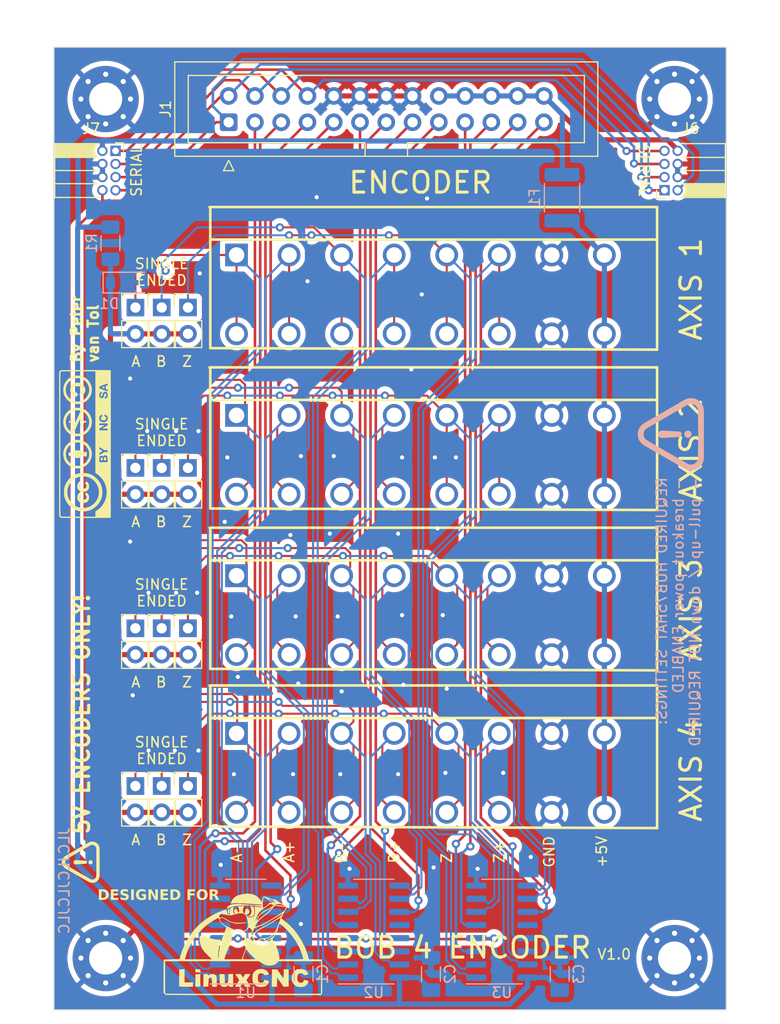
<source format=kicad_pcb>
(kicad_pcb (version 20221018) (generator pcbnew)
  (layers (0 "F.Cu" signal) (31 "B.Cu" signal) (34 "B.Paste" user) (35 "F.Paste" user) (36 "B.SilkS" user "B.Silkscreen") (37 "F.SilkS" user "F.Silkscreen") (38 "B.Mask" user) (39 "F.Mask" user) (44 "Edge.Cuts" user))
  (net 0 "")
  (net 1 "+5V")
  (net 2 "GND")
  (net 3 "5V_Fused")
  (net 4 "ENA")
  (net 5 "ENC1_A")
  (net 6 "ENC2_A")
  (net 7 "ENC3_A")
  (net 8 "ENC4_A")
  (net 9 "ENC1_B")
  (net 10 "ENC2_B")
  (net 11 "ENC3_B")
  (net 12 "ENC4_B")
  (net 13 "ENC1_Z")
  (net 14 "ENC2_Z")
  (net 15 "ENC3_Z")
  (net 16 "ENC4_Z")
  (net 17 "ENC1_A-")
  (net 18 "ENC1_A+")
  (net 19 "ENC2_A+")
  (net 20 "ENC2_A-")
  (net 21 "ENC3_A+")
  (net 22 "ENC3_A-")
  (net 24 "ENC4_A+")
  (net 25 "ENC4_A-")
  (net 26 "ENC1_B-")
  (net 27 "ENC1_B+")
  (net 28 "ENC2_B+")
  (net 29 "ENC2_B-")
  (net 30 "ENC3_B-")
  (net 31 "ENC3_B+")
  (net 33 "ENC4_B+")
  (net 34 "ENC4_B-")
  (net 35 "ENC1_Z-")
  (net 36 "ENC1_Z+")
  (net 37 "ENC2_Z+")
  (net 38 "ENC2_Z-")
  (net 39 "ENC3_Z-")
  (net 40 "ENC3_Z+")
  (net 42 "ENC4_Z+")
  (net 43 "ENC4_Z-")
  (net 44 "EXT1")
  (net 45 "EXT2")
  (net 46 "EXT3")
  (net 47 "EXT4")
  (net 48 "+2V5")
  (footprint "LOGO" (layer "F.Cu") (at 2.9972 38.3286 90)
    (fp_text reference "G***" hide)
    (fp_text value "LOGO" hide)
  )
  (footprint "AliExpress:CONN-TH_8P-P5.08_KF142V-5.08-8P" (layer "F.Cu") (at 35.433036 70.108945 180)
    (fp_text reference "J5" hide)
    (fp_text value "Screw_Terminal_01x08" hide)
  )
  (footprint "Connector_PinHeader_2.54mm:PinHeader_1x02_P2.54mm_Vertical" (layer "F.Cu") (at 10.419 25.141)
    (fp_text reference "JP2" hide)
    (fp_text value "Jumper_2_Open" hide)
  )
  (footprint "Connector_PinHeader_2.54mm:PinHeader_1x02_P2.54mm_Vertical" (layer "F.Cu") (at 7.874 40.64)
    (fp_text reference "JP7" hide)
    (fp_text value "Jumper_2_Open" hide)
  )
  (footprint "LOGO" (layer "F.Cu") (at 2.5908 78.74 90)
    (fp_text reference "G***" hide)
    (fp_text value "LOGO" hide)
  )
  (footprint "Connector_PinHeader_2.54mm:PinHeader_1x02_P2.54mm_Vertical" (layer "F.Cu") (at 7.879 25.146)
    (fp_text reference "JP1" hide)
    (fp_text value "Jumper_2_Open" hide)
  )
  (footprint "LOGO" (layer "F.Cu") (at 18.288 86.614)
    (fp_text reference "G***" hide)
    (fp_text value "LOGO" hide)
  )
  (footprint "AliExpress:CONN-TH_8P-P5.08_KF142V-5.08-8P" (layer "F.Cu") (at 35.433036 54.868945 180)
    (fp_text reference "J3" hide)
    (fp_text value "Screw_Terminal_01x08" hide)
  )
  (footprint "Connector_PinSocket_1.27mm:PinSocket_2x04_P1.27mm_Horizontal" (layer "F.Cu") (at 5.9528 10)
    (fp_text reference "J7")
    (fp_text value "Conn_02x04_Odd_Even")
  )
  (footprint "Connector_PinHeader_2.54mm:PinHeader_1x02_P2.54mm_Vertical" (layer "F.Cu") (at 12.954 40.64)
    (fp_text reference "JP9" hide)
    (fp_text value "Jumper_2_Open" hide)
  )
  (footprint "Connector_PinHeader_2.54mm:PinHeader_1x02_P2.54mm_Vertical" (layer "F.Cu") (at 10.414 71.374)
    (fp_text reference "JP11" hide)
    (fp_text value "Jumper_2_Open" hide)
  )
  (footprint "Connector_PinHeader_2.54mm:PinHeader_1x02_P2.54mm_Vertical" (layer "F.Cu") (at 12.954 71.374)
    (fp_text reference "JP12" hide)
    (fp_text value "Jumper_2_Open" hide)
  )
  (footprint "Connector_PinSocket_1.27mm:PinSocket_2x04_P1.27mm_Horizontal" (layer "F.Cu") (at 59.0296 13.81 180)
    (fp_text reference "J6")
    (fp_text value "Conn_02x04_Odd_Even")
  )
  (footprint "Connector_PinHeader_2.54mm:PinHeader_1x02_P2.54mm_Vertical" (layer "F.Cu") (at 12.959 25.141)
    (fp_text reference "JP3" hide)
    (fp_text value "Jumper_2_Open" hide)
  )
  (footprint "MountingHole:MountingHole_3.2mm_M3_Pad_Via" (layer "F.Cu") (at 60 88)
    (fp_text reference "H3" hide)
    (fp_text value "MountingHole_Pad")
  )
  (footprint "MountingHole:MountingHole_3.2mm_M3_Pad_Via" (layer "F.Cu") (at 5 5)
    (fp_text reference "H1" hide)
    (fp_text value "MountingHole_Pad" hide)
  )
  (footprint "Connector_PinHeader_2.54mm:PinHeader_1x02_P2.54mm_Vertical" (layer "F.Cu") (at 7.874 71.379)
    (fp_text reference "JP10" hide)
    (fp_text value "Jumper_2_Open" hide)
  )
  (footprint "MountingHole:MountingHole_3.2mm_M3_Pad_Via" (layer "F.Cu") (at 60 5)
    (fp_text reference "H4" hide)
    (fp_text value "MountingHole_Pad")
  )
  (footprint "AliExpress:CONN-TH_8P-P5.08_KF142V-5.08-8P" (layer "F.Cu") (at 35.433036 23.880945 180)
    (fp_text reference "J2" hide)
    (fp_text value "Screw_Terminal_01x08" hide)
  )
  (footprint "AliExpress:CONN-TH_8P-P5.08_KF142V-5.08-8P" (layer "F.Cu") (at 35.433036 39.374945 180)
    (fp_text reference "J4" hide)
    (fp_text value "Screw_Terminal_01x08" hide)
  )
  (footprint "MountingHole:MountingHole_3.2mm_M3_Pad_Via" (layer "F.Cu") (at 5 88)
    (fp_text reference "H2" hide)
    (fp_text value "MountingHole_Pad" hide)
  )
  (footprint "Connector_PinHeader_2.54mm:PinHeader_1x02_P2.54mm_Vertical" (layer "F.Cu") (at 7.874 56.139)
    (fp_text reference "JP4" hide)
    (fp_text value "Jumper_2_Open" hide)
  )
  (footprint "Connector_PinHeader_2.54mm:PinHeader_1x02_P2.54mm_Vertical" (layer "F.Cu") (at 10.414 56.134)
    (fp_text reference "JP5" hide)
    (fp_text value "Jumper_2_Open" hide)
  )
  (footprint "Connector_IDC:IDC-Header_2x13_P2.54mm_Vertical" (layer "F.Cu") (at 16.891 7.239 90)
    (fp_text reference "J1")
    (fp_text value "Conn_02x13_Odd_Even")
  )
  (footprint "Connector_PinHeader_2.54mm:PinHeader_1x02_P2.54mm_Vertical" (layer "F.Cu") (at 10.414 40.64)
    (fp_text reference "JP8" hide)
    (fp_text value "Jumper_2_Open" hide)
  )
  (footprint "Connector_PinHeader_2.54mm:PinHeader_1x02_P2.54mm_Vertical" (layer "F.Cu") (at 12.954 56.134)
    (fp_text reference "JP6" hide)
    (fp_text value "Jumper_2_Open" hide)
  )
  (footprint "Package_SO:SOIC-16_3.9x9.9mm_P1.27mm" (layer "B.Cu") (at 30.923 85.4413)
    (fp_text reference "U2")
    (fp_text value "AM26LV32xD")
  )
  (footprint "Package_SO:SOIC-16_3.9x9.9mm_P1.27mm" (layer "B.Cu") (at 43.307 85.4413)
    (fp_text reference "U3")
    (fp_text value "AM26LV32xD")
  )
  (footprint "Capacitor_SMD:C_1206_3216Metric_Pad1.33x1.80mm_HandSolder" (layer "B.Cu") (at 48.895 89.535 90)
    (fp_text reference "C3")
    (fp_text value "0.1uF")
  )
  (footprint "Package_SO:SOIC-16_3.9x9.9mm_P1.27mm" (layer "B.Cu") (at 18.542 85.4413)
    (fp_text reference "U1")
    (fp_text value "AM26LV32xD")
  )
  (footprint "Diode_SMD:D_SOD-123" (layer "B.Cu") (at 7.111 22.733)
    (fp_text reference "D1")
    (fp_text value "MMSZ5222BT1G")
  )
  (footprint "Resistor_SMD:R_1206_3216Metric_Pad1.30x1.75mm_HandSolder" (layer "B.Cu") (at 5.461 18.923 -90)
    (fp_text reference "R1")
    (fp_text value "R")
  )
  (footprint "Resistor_SMD:R_1812_4532Metric_Pad1.30x3.40mm_HandSolder" (layer "B.Cu") (at 49.1236 14.5288 -90)
    (fp_text reference "F1")
    (fp_text value "Polyfuse_Small")
  )
  (footprint "Capacitor_SMD:C_1206_3216Metric_Pad1.33x1.80mm_HandSolder" (layer "B.Cu") (at 36.449 89.535 90)
    (fp_text reference "C2")
    (fp_text value "0.1uF")
  )
  (footprint "Capacitor_SMD:C_1206_3216Metric_Pad1.33x1.80mm_HandSolder" (layer "B.Cu") (at 24.13 89.535 90)
    (fp_text reference "C1")
    (fp_text value "0.1uF")
  )
  (footprint "LOGO" (layer "B.Cu") (at 59.6392 37.3888 -90)
    (fp_text reference "G***" hide)
    (fp_text value "LOGO" hide)
  )
  (gr_rect (start 0 0) (end 65 93) (stroke (width 0.1)) (fill none) (layer "Edge.Cuts"))
  (gr_text "JLCJLCJLCJLC" (at 1.5748 75.2856 90) (layer "B.SilkS") (effects (font (size 1 1)) (justify left bottom mirror)))
  (gr_text "REQUIRED HUB75HAT SETTINGS:\n- breakout power ENABLED\n- pull-up / down NOT REQUIRED" (at 62.5602 41.4528 90) (layer "B.SilkS") (effects (font (size 1 1)) (justify left bottom mirror)))
  (gr_text "By Peter \nvan Tol" (at 2.9972 30.5816 90) (layer "F.SilkS") (effects (font (size 1 1) (thickness 0.25)) (justify left)))
  (gr_text "A  B  Z" (at 10.419 30.353) (layer "F.SilkS") (effects (font (size 1 1))))
  (gr_text "AXIS 1" (at 61.595 23.368 90) (layer "F.SilkS") (effects (font (size 2 2) (thickness 0.3))))
  (gr_text "V1.0" (at 52.451 87.63) (layer "F.SilkS") (effects (font (size 1 1)) (justify left)))
  (gr_text "SERIAL" (at 7.9756 11.938 90) (layer "F.SilkS") (effects (font (size 1 1))))
  (gr_text "SINGLE\nENDED" (at 10.414 67.945) (layer "F.SilkS") (effects (font (size 1 1))))
  (gr_text "Z-" (at 37.973 77.724 90) (layer "F.SilkS") (effects (font (size 1 1))))
  (gr_text "SINGLE\nENDED" (at 10.419 21.717) (layer "F.SilkS") (effects (font (size 1 1))))
  (gr_text "5V ENCODERS ONLY!" (at 3.556 76.2 90) (layer "F.SilkS") (effects (font (size 1.5 1.5) (thickness 0.3) bold) (justify left bottom)))
  (gr_text "AXIS 3" (at 61.595 54.356 90) (layer "F.SilkS") (effects (font (size 2 2) (thickness 0.3))))
  (gr_text "AXIS 2" (at 61.595 38.862 90) (layer "F.SilkS") (effects (font (size 2 2) (thickness 0.3))))
  (gr_text "A-" (at 17.653 77.724 90) (layer "F.SilkS") (effects (font (size 1 1))))
  (gr_text "SERIAL" (at 57.0484 11.8872 -90) (layer "F.SilkS") (effects (font (size 1 1))))
  (gr_text "ENCODER" (at 35.433 13.081) (layer "F.SilkS") (effects (font (size 2 2) (thickness 0.3))))
  (gr_text "DESIGNED FOR" (at 16.002 82.55) (layer "F.SilkS") (effects (font (size 1 1) (thickness 0.2) bold) (justify right bottom)))
  (gr_text "BOB 4 ENCODER" (at 39.497 86.995) (layer "F.SilkS") (effects (font (size 2 2) (thickness 0.3))))
  (gr_text "A  B  Z" (at 10.414 76.581) (layer "F.SilkS") (effects (font (size 1 1))))
  (gr_text "B-" (at 27.813 77.724 90) (layer "F.SilkS") (effects (font (size 1 1))))
  (gr_text "AXIS 4" (at 61.595 69.85 90) (layer "F.SilkS") (effects (font (size 2 2) (thickness 0.3))))
  (gr_text "+5V" (at 52.959 77.724 90) (layer "F.SilkS") (effects (font (size 1 1))))
  (gr_text "SINGLE\nENDED" (at 10.414 52.705) (layer "F.SilkS") (effects (font (size 1 1))))
  (gr_text "Z+" (at 43.053 77.724 90) (layer "F.SilkS") (effects (font (size 1 1))))
  (gr_text "A  B  Z" (at 10.414 61.341) (layer "F.SilkS") (effects (font (size 1 1))))
  (gr_text "A  B  Z" (at 10.409 45.852) (layer "F.SilkS") (effects (font (size 1 1))))
  (gr_text "B+" (at 32.893 77.724 90) (layer "F.SilkS") (effects (font (size 1 1))))
  (gr_text "GND" (at 47.879 77.724 90) (layer "F.SilkS") (effects (font (size 1 1))))
  (gr_text "SINGLE\nENDED" (at 10.409 37.216) (layer "F.SilkS") (effects (font (size 1 1))))
  (gr_text "A+" (at 22.733 77.724 90) (layer "F.SilkS") (effects (font (size 1 1))))
  (segment (start 59.313903 8.9408) (end 60.2996 9.926497) (width 0.5) (layer "F.Cu") (net 1))
  (segment (start 51.6128 8.9408) (end 59.313903 8.9408) (width 0.5) (layer "F.Cu") (net 1))
  (segment (start 47.371 4.699) (end 51.6128 8.9408) (width 0.5) (layer "F.Cu") (net 1))
  (segment (start 60.2996 9.926497) (end 60.2996 10) (width 0.5) (layer "F.Cu") (net 1))
  (segment (start 2.286 17.4244) (end 2.3374 17.373) (width 0.5) (layer "B.Cu") (net 1))
  (segment (start 33.398 89.8863) (end 35.2998 89.8863) (width 0.5) (layer "B.Cu") (net 1))
  (segment (start 35.2998 89.9483) (end 36.449 91.0975) (width 0.5) (layer "B.Cu") (net 1))
  (segment (start 44.069 92.456) (end 33.401 92.456) (width 0.5) (layer "B.Cu") (net 1))
  (segment (start 47.371 4.699) (end 37.211 4.699) (width 0.5) (layer "B.Cu") (net 1))
  (segment (start 48.42 9.05) (end 4.6812 9.05) (width 0.5) (layer "B.Cu") (net 1))
  (segment (start 21.082 89.9513) (end 21.017 89.8863) (width 0.5) (layer "B.Cu") (net 1))
  (segment (start 4.6812 9.05) (end 3.1928 9.05) (width 0.5) (layer "B.Cu") (net 1))
  (segment (start 15.748 92.456) (end 2.286 78.994) (width 0.5) (layer "B.Cu") (net 1))
  (segment (start 35.2998 89.8863) (end 35.2998 89.9483) (width 0.5) (layer "B.Cu") (net 1))
  (segment (start 49.022 9.652) (end 48.42 9.05) (width 0.5) (layer "B.Cu") (net 1))
  (segment (start 49.149 6.477) (end 49.149 12.2784) (width 0.5) (layer "B.Cu") (net 1))
  (segment (start 45.782 90.743) (end 45.782 89.8863) (width 0.5) (layer "B.Cu") (net 1))
  (segment (start 21.082 92.456) (end 21.082 89.9513) (width 0.5) (layer "B.Cu") (net 1))
  (segment (start 22.9188 89.8863) (end 23.749 90.7165) (width 0.5) (layer "B.Cu") (net 1))
  (segment (start 2.3374 17.373) (end 5.461 17.373) (width 0.5) (layer "B.Cu") (net 1))
  (segment (start 4.6828 9.0516) (end 4.6828 10) (width 0.5) (layer "B.Cu") (net 1))
  (segment (start 47.6838 89.8863) (end 45.782 89.8863) (width 0.5) (layer "B.Cu") (net 1))
  (segment (start 21.082 92.456) (end 15.748 92.456) (width 0.5) (layer "B.Cu") (net 1))
  (segment (start 33.401 92.456) (end 33.401 89.919) (width 0.5) (layer "B.Cu") (net 1))
  (segment (start 48.895 91.0975) (end 47.6838 89.8863) (width 0.5) (layer "B.Cu") (net 1))
  (segment (start 47.371 4.699) (end 49.149 6.477) (width 0.5) (layer "B.Cu") (net 1))
  (segment (start 4.6228 9.652) (end 4.6828 9.712) (width 0.5) (layer "B.Cu") (net 1))
  (segment (start 4.6812 9.05) (end 4.6828 9.0516) (width 0.5) (layer "B.Cu") (net 1))
  (segment (start 3.1928 9.05) (end 2.3374 9.9054) (width 0.5) (layer "B.Cu") (net 1))
  (segment (start 2.286 78.994) (end 2.286 17.4244) (width 0.5) (layer "B.Cu") (net 1))
  (segment (start 21.017 89.8863) (end 22.9188 89.8863) (width 0.5) (layer "B.Cu") (net 1))
  (segment (start 45.847 89.9513) (end 45.782 89.8863) (width 0.5) (layer "B.Cu") (net 1))
  (segment (start 33.463 89.9513) (end 33.398 89.8863) (width 0.5) (layer "B.Cu") (net 1))
  (segment (start 2.3374 9.9054) (end 2.3374 17.373) (width 0.5) (layer "B.Cu") (net 1))
  (segment (start 5.3975 17.3095) (end 5.461 17.373) (width 0.5) (layer "B.Cu") (net 1))
  (segment (start 44.069 92.456) (end 45.782 90.743) (width 0.5) (layer "B.Cu") (net 1))
  (segment (start 33.274 92.456) (end 21.082 92.456) (width 0.5) (layer "B.Cu") (net 1))
  (segment (start 34.671 4.699) (end 27.051 4.699) (width 0.5) (layer "F.Cu") (net 2))
  (via (at 24.511 22.606) (size 0.8) (drill 0.4) (layers "F.Cu" "B.Cu") (net 2))
  (via (at 23.622 61.468) (size 0.8) (drill 0.4) (layers "F.Cu" "B.Cu") (net 2))
  (via (at 7.62 62.611) (size 0.8) (drill 0.4) (layers "F.Cu" "B.Cu") (net 2))
  (via (at 17.78 60.833) (size 0.8) (drill 0.4) (layers "F.Cu" "B.Cu") (net 2))
  (via (at 11.811 52.705) (size 0.8) (drill 0.4) (layers "F.Cu" "B.Cu") (net 2))
  (via (at 25.4 14.478) (size 0.8) (drill 0.4) (layers "F.Cu" "B.Cu") (net 2))
  (via (at 9.017 37.084) (size 0.8) (drill 0.4) (layers "F.Cu" "B.Cu") (net 2))
  (via (at 33.274 70.231) (size 0.8) (drill 0.4) (layers "F.Cu" "B.Cu") (net 2))
  (via (at 27.686 70.231) (size 0.8) (drill 0.4) (layers "F.Cu" "B.Cu") (net 2))
  (via (at 27.432 54.991) (size 0.8) (drill 0.4) (layers "F.Cu" "B.Cu") (net 2))
  (via (at 23.114 70.231) (size 0.8) (drill 0.4) (layers "F.Cu" "B.Cu") (net 2))
  (via (at 36.703 79.248) (size 0.8) (drill 0.4) (layers "F.Cu" "B.Cu") (net 2))
  (via (at 46.101 78.232) (size 0.8) (drill 0.4) (layers "F.Cu" "B.Cu") (net 2))
  (via (at 16.764 39.624) (size 0.8) (drill 0.4) (layers "F.Cu" "B.Cu") (net 2))
  (via (at 22.86 47.117) (size 0.8) (drill 0.4) (layers "F.Cu" "B.Cu") (net 2))
  (via (at 33.782 61.595) (size 0.8) (drill 0.4) (layers "F.Cu" "B.Cu") (net 2))
  (via (at 26.67 46.99) (size 0.8) (drill 0.4) (layers "F.Cu" "B.Cu") (net 2))
  (via (at 37.846 70.104) (size 0.8) (drill 0.4) (layers "F.Cu" "B.Cu") (net 2))
  (via (at 9.144 67.945) (size 0.8) (drill 0.4) (layers "F.Cu" "B.Cu") (net 2))
  (via (at 11.811 37.084) (size 0.8) (drill 0.4) (layers "F.Cu" "B.Cu") (net 2))
  (via (at 13.843 52.705) (size 0.8) (drill 0.4) (layers "F.Cu" "B.Cu") (net 2))
  (via (at 28.575 79.375) (size 0.8) (drill 0.4) (layers "F.Cu" "B.Cu") (net 2))
  (via (at 23.368 54.991) (size 0.8) (drill 0.4) (layers "F.Cu" "B.Cu") (net 2))
  (via (at 38.862 39.624) (size 0.8) (drill 0.4) (layers "F.Cu" "B.Cu") (net 2))
  (via (at 17.145 54.991) (size 0.8) (drill 0.4) (layers "F.Cu" "B.Cu") (net 2))
  (via (at 35.56 23.876) (size 0.8) (drill 0.4) (layers "F.Cu" "B.Cu") (net 2))
  (via (at 37.973 61.976) (size 0.8) (drill 0.4) (layers "F.Cu" "B.Cu") (net 2))
  (via (at 23.876 84.709) (size 0.8) (drill 0.4) (layers "F.Cu" "B.Cu") (net 2))
  (via (at 7.366 32.004) (size 0.8) (drill 0.4) (layers "F.Cu" "B.Cu") (net 2))
  (via (at 33.655 39.624) (size 0.8) (drill 0.4) (layers "F.Cu" "B.Cu") (net 2))
  (via (at 37.592 54.864) (size 0.8) (drill 0.4) (layers "F.Cu" "B.Cu") (net 2))
  (via (at 33.655 54.864) (size 0.8) (drill 0.4) (layers "F.Cu" "B.Cu") (net 2))
  (via (at 14.097 21.844) (size 0.8) (drill 0.4) (layers "F.Cu" "B.Cu") (net 2))
  (via (at 7.366 47.752) (size 0.8) (drill 0.4) (layers "F.Cu" "B.Cu") (net 2))
  (via (at 33.274 46.99) (size 0.8) (drill 0.4) (layers "F.Cu" "B.Cu") (net 2))
  (via (at 36.068 14.605) (size 0.8) (drill 0.4) (layers "F.Cu" "B.Cu") (net 2))
  (via (at 27.813 62.23) (size 0.8) (drill 0.4) (layers "F.Cu" "B.Cu") (net 2))
  (via (at 27.051 39.497) (size 0.8) (drill 0.4) (layers "F.Cu" "B.Cu") (net 2))
  (via (at 36.83 39.624) (size 0.8) (drill 0.4) (layers "F.Cu" "B.Cu") (net 2))
  (via (at 37.084 46.482) (size 0.8) (drill 0.4) (layers "F.Cu" "B.Cu") (net 2))
  (via (at 9.144 52.705) (size 0.8) (drill 0.4) (layers "F.Cu" "B.Cu") (net 2))
  (via (at 43.434 70.104) (size 0.8) (drill 0.4) (layers "F.Cu" "B.Cu") (net 2))
  (via (at 16.129 78.994) (size 0.8) (drill 0.4) (layers "F.Cu" "B.Cu") (net 2))
  (via (at 13.97 67.945) (size 0.8) (drill 0.4) (layers "F.Cu" "B.Cu") (net 2))
  (via (at 17.399 70.231) (size 0.8) (drill 0.4) (layers "F.Cu" "B.Cu") (net 2))
  (via (at 16.51 45.847) (size 0.8) (drill 0.4) (layers "F.Cu" "B.Cu") (net 2))
  (via (at 11.684 67.945) (size 0.8) (drill 0.4) (layers "F.Cu" "B.Cu") (net 2))
  (via (at 13.97 37.084) (size 0.8) (drill 0.4) (layers "F.Cu" "B.Cu") (net 2))
  (via (at 23.876 39.497) (size 0.8) (drill 0.4) (layers "F.Cu" "B.Cu") (net 2))
  (via (at 34.544 31.115) (size 0.8) (drill 0.4) (layers "F.Cu" "B.Cu") (net 2))
  (via (at 40.959 79.375) (size 0.8) (drill 0.4) (layers "F.Cu" "B.Cu") (net 2))
  (segment (start 24.622989 22.494011) (end 24.638 22.479) (width 0.25) (layer "B.Cu") (net 2))
  (segment (start 24.384 22.479) (end 24.511 22.606) (width 0.25) (layer "B.Cu") (net 2))
  (segment (start 34.544 45.72) (end 34.544 40.513) (width 0.25) (layer "B.Cu") (net 2))
  (segment (start 48.132989 35.704959) (end 48.133 35.704948) (width 0.508) (layer "B.Cu") (net 2))
  (segment (start 34.318031 55.527031) (end 33.655 54.864) (width 0.25) (layer "B.Cu") (net 2))
  (segment (start 25.4 14.478) (end 24.167 15.711) (width 0.25) (layer "B.Cu") (net 2))
  (segment (start 34.544 53.975) (end 34.544 48.26) (width 0.25) (layer "B.Cu") (net 2))
  (segment (start 33.274 46.99) (end 34.544 45.72) (width 0.25) (layer "B.Cu") (net 2))
  (segment (start 24.511 22.606) (end 24.622989 22.494011) (width 0.25) (layer "B.Cu") (net 2))
  (segment (start 33.782 61.595) (end 34.318031 61.058969) (width 0.25) (layer "B.Cu") (net 2))
  (segment (start 24.384 18.678305) (end 24.384 22.479) (width 0.25) (layer "B.Cu") (net 2))
  (segment (start 34.544 38.227) (end 34.544 31.115) (width 0.25) (layer "B.Cu") (net 2))
  (segment (start 24.167 15.711) (end 24.167 18.461305) (width 0.25) (layer "B.Cu") (net 2))
  (segment (start 24.167 18.461305) (end 24.384 18.678305) (width 0.25) (layer "B.Cu") (net 2))
  (segment (start 23.368 54.991) (end 24.384 53.975) (width 0.25) (layer "B.Cu") (net 2))
  (segment (start 23.876 39.497) (end 24.622989 38.750011) (width 0.25) (layer "B.Cu") (net 2))
  (segment (start 33.655 54.864) (end 34.544 53.975) (width 0.25) (layer "B.Cu") (net 2))
  (segment (start 34.544 40.513) (end 33.655 39.624) (width 0.25) (layer "B.Cu") (net 2))
  (segment (start 34.318031 61.058969) (end 34.318031 55.527031) (width 0.25) (layer "B.Cu") (net 2))
  (segment (start 34.544 48.26) (end 33.274 46.99) (width 0.25) (layer "B.Cu") (net 2))
  (segment (start 33.655 39.624) (end 34.544 38.735) (width 0.25) (layer "B.Cu") (net 2))
  (segment (start 24.622989 38.750011) (end 24.511 22.606) (width 0.25) (layer "B.Cu") (net 2))
  (segment (start 34.544 38.735) (end 34.544 38.227) (width 0.25) (layer "B.Cu") (net 2))
  (segment (start 24.384 53.975) (end 24.384 40.005) (width 0.25) (layer "B.Cu") (net 2))
  (segment (start 24.384 40.005) (end 23.876 39.497) (width 0.25) (layer "B.Cu") (net 2))
  (segment (start 48.13302 27.725339) (end 48.133 27.725319) (width 0.508) (layer "B.Cu") (net 2))
  (segment (start 53.213021 20.100253) (end 53.213031 20.100243) (width 0.25) (layer "B.Cu") (net 3))
  (segment (start 49.866588 16.7538) (end 53.213031 20.100243) (width 0.508) (layer "B.Cu") (net 3))
  (segment (start 53.213021 73.918842) (end 53.213021 20.100253) (width 0.508) (layer "B.Cu") (net 3))
  (segment (start 17.78 86.106) (end 17.7165 86.1695) (width 0.25) (layer "F.Cu") (net 4))
  (segment (start 4.7648 14.8336) (end 8.0772 14.8336) (width 0.25) (layer "F.Cu") (net 4))
  (segment (start 8.0772 14.8336) (end 15.6718 7.239) (width 0.25) (layer "F.Cu") (net 4))
  (segment (start 26.253 86.1695) (end 30.0975 86.1695) (width 0.25) (layer "F.Cu") (net 4))
  (segment (start 4.6828 14.7516) (end 4.7648 14.8336) (width 0.25) (layer "F.Cu") (net 4))
  (segment (start 4.6828 13.81) (end 4.6828 14.7516) (width 0.25) (layer "F.Cu") (net 4))
  (segment (start 17.8435 86.1695) (end 38.6715 86.1695) (width 0.25) (layer "F.Cu") (net 4))
  (segment (start 2.23 17.3684) (end 4.7648 14.8336) (width 0.25) (layer "F.Cu") (net 4))
  (segment (start 38.637 86.1695) (end 42.4815 86.1695) (width 0.25) (layer "F.Cu") (net 4))
  (segment (start 42.545 86.106) (end 42.6085 86.1695) (width 0.25) (layer "F.Cu") (net 4))
  (segment (start 16.891 7.493) (end 17.145 7.239) (width 0.25) (layer "F.Cu") (net 4))
  (segment (start 17.78 86.106) (end 17.8435 86.1695) (width 0.25) (layer "F.Cu") (net 4))
  (segment (start 2.23 76.779) (end 2.23 17.3684) (width 0.25) (layer "F.Cu") (net 4))
  (segment (start 11.6205 86.1695) (end 2.23 76.779) (width 0.25) (layer "F.Cu") (net 4))
  (segment (start 17.7165 86.1695) (end 11.6205 86.1695) (width 0.25) (layer "F.Cu") (net 4))
  (segment (start 15.6718 7.239) (end 16.891 7.239) (width 0.25) (layer "F.Cu") (net 4))
  (segment (start 42.4815 86.1695) (end 42.545 86.106) (width 0.25) (layer "F.Cu") (net 4))
  (segment (start 30.161 86.106) (end 30.2245 86.1695) (width 0.25) (layer "F.Cu") (net 4))
  (segment (start 30.0975 86.1695) (end 30.161 86.106) (width 0.25) (layer "F.Cu") (net 4))
  (via (at 30.161 86.106) (size 0.8) (drill 0.4) (layers "F.Cu" "B.Cu") (net 4))
  (via (at 17.78 86.106) (size 0.8) (drill 0.4) (layers "F.Cu" "B.Cu") (net 4))
  (via (at 42.545 86.106) (size 0.8) (drill 0.4) (layers "F.Cu" "B.Cu") (net 4))
  (segment (start 16.891 7.239) (end 15.367 5.715) (width 0.25) (layer "B.Cu") (net 4))
  (segment (start 17.7503 86.0763) (end 17.78 86.106) (width 0.25) (layer "B.Cu") (net 4))
  (segment (start 28.448 86.0763) (end 30.1313 86.0763) (width 0.25) (layer "B.Cu") (net 4))
  (segment (start 15.367 5.715) (end 15.367 4.064) (width 0.25) (layer "B.Cu") (net 4))
  (segment (start 40.832 86.0763) (end 42.5153 86.0763) (width 0.25) (layer "B.Cu") (net 4))
  (segment (start 58.8518 8.9408) (end 60.407127 8.9408) (width 0.25) (layer "B.Cu") (net 4))
  (segment (start 16.067 86.0763) (end 17.7503 86.0763) (width 0.25) (layer "B.Cu") (net 4))
  (segment (start 51.054 1.143) (end 58.8518 8.9408) (width 0.25) (layer "B.Cu") (net 4))
  (segment (start 42.5153 86.0763) (end 42.545 86.106) (width 0.25) (layer "B.Cu") (net 4))
  (segment (start 61.7728 12.3368) (end 60.2996 13.81) (width 0.25) (layer "B.Cu") (net 4))
  (segment (start 61.7728 10.306473) (end 61.7728 12.3368) (width 0.25) (layer "B.Cu") (net 4))
  (segment (start 15.367 4.064) (end 18.288 1.143) (width 0.25) (layer "B.Cu") (net 4))
  (segment (start 30.1313 86.0763) (end 30.161 86.106) (width 0.25) (layer "B.Cu") (net 4))
  (segment (start 18.288 1.143) (end 51.054 1.143) (width 0.25) (layer "B.Cu") (net 4))
  (segment (start 60.407127 8.9408) (end 61.7728 10.306473) (width 0.25) (layer "B.Cu") (net 4))
  (segment (start 19.431 7.239) (end 19.431 74.803) (width 0.25) (layer "F.Cu") (net 5))
  (segment (start 18.288 75.946) (end 15.621 75.946) (width 0.25) (layer "F.Cu") (net 5))
  (segment (start 19.431 74.803) (end 18.288 75.946) (width 0.25) (layer "F.Cu") (net 5))
  (via (at 15.621 75.946) (size 0.8) (drill 0.4) (layers "F.Cu" "B.Cu") (net 5))
  (segment (start 14.097 77.216) (end 15.367 75.946) (width 0.25) (layer "B.Cu") (net 5))
  (segment (start 15.367 75.946) (end 15.621 75.946) (width 0.25) (layer "B.Cu") (net 5))
  (segment (start 16.067 87.3463) (end 14.8293 87.3463) (width 0.25) (layer "B.Cu") (net 5))
  (segment (start 14.8293 87.3463) (end 14.097 86.614) (width 0.25) (layer "B.Cu") (net 5))
  (segment (start 14.097 86.614) (end 14.097 77.216) (width 0.25) (layer "B.Cu") (net 5))
  (segment (start 19.939 9.271) (end 21.971 7.239) (width 0.25) (layer "F.Cu") (net 6))
  (segment (start 16.51 76.708) (end 18.796 76.708) (width 0.25) (layer "F.Cu") (net 6))
  (segment (start 18.796 76.708) (end 19.939 75.565) (width 0.25) (layer "F.Cu") (net 6))
  (segment (start 19.939 75.565) (end 19.939 9.271) (width 0.25) (layer "F.Cu") (net 6))
  (via (at 16.51 76.708) (size 0.8) (drill 0.4) (layers "F.Cu" "B.Cu") (net 6))
  (segment (start 14.9563 84.8063) (end 16.067 84.8063) (width 0.25) (layer "B.Cu") (net 6))
  (segment (start 14.605 84.455) (end 14.9563 84.8063) (width 0.25) (layer "B.Cu") (net 6))
  (segment (start 16.51 76.708) (end 15.494 76.708) (width 0.25) (layer "B.Cu") (net 6))
  (segment (start 14.605 77.597) (end 14.605 84.455) (width 0.25) (layer "B.Cu") (net 6))
  (segment (start 15.494 76.708) (end 14.605 77.597) (width 0.25) (layer "B.Cu") (net 6))
  (segment (start 20.447 77.597) (end 20.447 11.303) (width 0.25) (layer "F.Cu") (net 7))
  (segment (start 22.86 82.266309) (end 22.86 80.01) (width 0.25) (layer "F.Cu") (net 7))
  (segment (start 22.86 80.01) (end 20.447 77.597) (width 0.25) (layer "F.Cu") (net 7))
  (segment (start 22.893567 82.299876) (end 22.86 82.266309) (width 0.25) (layer "F.Cu") (net 7))
  (segment (start 20.447 11.303) (end 24.511 7.239) (width 0.25) (layer "F.Cu") (net 7))
  (via (at 22.893567 82.299876) (size 0.8) (drill 0.4) (layers "F.Cu" "B.Cu") (net 7))
  (segment (start 22.5087 83.5363) (end 21.017 83.5363) (width 0.25) (layer "B.Cu") (net 7))
  (segment (start 22.893567 82.299876) (end 22.893567 83.151433) (width 0.25) (layer "B.Cu") (net 7))
  (segment (start 22.893567 83.151433) (end 22.5087 83.5363) (width 0.25) (layer "B.Cu") (net 7))
  (segment (start 20.955 13.335) (end 27.051 7.239) (width 0.25) (layer "F.Cu") (net 8))
  (segment (start 21.59 77.47) (end 20.955 76.835) (width 0.25) (layer "F.Cu") (net 8))
  (segment (start 20.955 76.835) (end 20.955 13.335) (width 0.25) (layer "F.Cu") (net 8))
  (via (at 21.59 77.47) (size 0.8) (drill 0.4) (layers "F.Cu" "B.Cu") (net 8))
  (segment (start 19.573 85.74) (end 19.573 79.517) (width 0.25) (layer "B.Cu") (net 8))
  (segment (start 19.9093 86.0763) (end 19.812 85.979) (width 0.25) (layer "B.Cu") (net 8))
  (segment (start 19.812 85.979) (end 19.573 85.74) (width 0.25) (layer "B.Cu") (net 8))
  (segment (start 21.017 86.0763) (end 19.9093 86.0763) (width 0.25) (layer "B.Cu") (net 8))
  (segment (start 19.573 79.487) (end 21.59 77.47) (width 0.25) (layer "B.Cu") (net 8))
  (segment (start 21.59 77.47) (end 21.463 77.597) (width 0.25) (layer "B.Cu") (net 8))
  (segment (start 19.573 79.517) (end 19.573 79.487) (width 0.25) (layer "B.Cu") (net 8))
  (segment (start 29.591 74.295) (end 29.591 7.239) (width 0.25) (layer "F.Cu") (net 9))
  (segment (start 26.797 77.089) (end 29.591 74.295) (width 0.25) (layer "F.Cu") (net 9))
  (via (at 26.797 77.089) (size 0.8) (drill 0.4) (layers "F.Cu" "B.Cu") (net 9))
  (segment (start 28.448 87.3463) (end 27.2103 87.3463) (width 0.25) (layer "B.Cu") (net 9))
  (segment (start 27.2103 87.3463) (end 26.478 86.614) (width 0.25) (layer "B.Cu") (net 9))
  (segment (start 26.797 77.089) (end 26.478 77.47) (width 0.25) (layer "B.Cu") (net 9))
  (segment (start 27.74 87.3422) (end 28.415 87.3422) (width 0.2) (layer "B.Cu") (net 9))
  (segment (start 26.478 86.614) (end 26.478 77.408) (width 0.25) (layer "B.Cu") (net 9))
  (segment (start 26.478 77.408) (end 26.797 77.089) (width 0.25) (layer "B.Cu") (net 9))
  (segment (start 27.559 77.851) (end 30.099 75.311) (width 0.25) (layer "F.Cu") (net 10))
  (segment (start 30.099 75.311) (end 30.099 9.271) (width 0.25) (layer "F.Cu") (net 10))
  (segment (start 30.099 9.271) (end 32.131 7.239) (width 0.25) (layer "F.Cu") (net 10))
  (via (at 27.559 77.851) (size 0.8) (drill 0.4) (layers "F.Cu" "B.Cu") (net 10))
  (segment (start 26.986 84.455) (end 27.3373 84.8063) (width 0.25) (layer "B.Cu") (net 10))
  (segment (start 27.559 77.851) (end 26.986 78.424) (width 0.25) (layer "B.Cu") (net 10))
  (segment (start 27.432 77.851) (end 27.559 77.851) (width 0.25) (layer "B.Cu") (net 10))
  (segment (start 27.3373 84.8063) (end 28.448 84.8063) (width 0.25) (layer "B.Cu") (net 10))
  (segment (start 26.986 78.424) (end 26.986 84.455) (width 0.25) (layer "B.Cu") (net 10))
  (segment (start 35.241 82.423) (end 35.241 80.01) (width 0.25) (layer "F.Cu") (net 11))
  (segment (start 30.607 75.376) (end 30.607 11.303) (width 0.25) (layer "F.Cu") (net 11))
  (segment (start 35.241 80.01) (end 30.607 75.376) (width 0.25) (layer "F.Cu") (net 11))
  (segment (start 30.607 11.303) (end 34.671 7.239) (width 0.25) (layer "F.Cu") (net 11))
  (via (at 35.241 82.423) (size 0.8) (drill 0.4) (layers "F.Cu" "B.Cu") (net 11))
  (segment (start 34.8277 83.5363) (end 33.398 83.5363) (width 0.25) (layer "B.Cu") (net 11))
  (segment (start 35.241 82.423) (end 35.241 83.123) (width 0.25) (layer "B.Cu") (net 11))
  (segment (start 35.241 83.123) (end 34.8277 83.5363) (width 0.25) (layer "B.Cu") (net 11))
  (segment (start 31.115 13.335) (end 37.211 7.239) (width 0.25) (layer "F.Cu") (net 12))
  (segment (start 31.115 74.803) (end 31.115 13.335) (width 0.25) (layer "F.Cu") (net 12))
  (segment (start 32.004 75.692) (end 31.115 74.803) (width 0.25) (layer "F.Cu") (net 12))
  (via (at 32.004 75.692) (size 0.8) (drill 0.4) (layers "F.Cu" "B.Cu") (net 12))
  (segment (start 32.004 75.692) (end 32.004 75.819) (width 0.25) (layer "B.Cu") (net 12))
  (segment (start 31.954 85.74) (end 31.954 75.869) (width 0.25) (layer "B.Cu") (net 12))
  (segment (start 32.2903 86.0763) (end 31.954 85.74) (width 0.25) (layer "B.Cu") (net 12))
  (segment (start 31.954 75.869) (end 32.004 75.692) (width 0.25) (layer "B.Cu") (net 12))
  (segment (start 33.398 86.0763) (end 32.2903 86.0763) (width 0.25) (layer "B.Cu") (net 12))
  (segment (start 38.862 76.962) (end 39.751 76.073) (width 0.25) (layer "F.Cu") (net 13))
  (segment (start 39.751 76.073) (end 39.751 7.239) (width 0.25) (layer "F.Cu") (net 13))
  (via (at 38.862 76.962) (size 0.8) (drill 0.4) (layers "F.Cu" "B.Cu") (net 13))
  (segment (start 39.5943 87.3463) (end 38.862 86.614) (width 0.25) (layer "B.Cu") (net 13))
  (segment (start 38.862 79.248) (end 38.862 76.962) (width 0.25) (layer "B.Cu") (net 13))
  (segment (start 38.862 86.614) (end 38.862 79.248) (width 0.25) (layer "B.Cu") (net 13))
  (segment (start 40.832 87.3463) (end 39.5943 87.3463) (width 0.25) (layer "B.Cu") (net 13))
  (segment (start 40.124 87.3422) (end 40.799 87.3422) (width 0.2) (layer "B.Cu") (net 13))
  (segment (start 38.862 76.962) (end 38.862 77.343) (width 0.25) (layer "B.Cu") (net 13))
  (segment (start 40.259 9.271) (end 42.291 7.239) (width 0.25) (layer "F.Cu") (net 14))
  (segment (start 40.259 77.216) (end 40.259 9.271) (width 0.25) (layer "F.Cu") (net 14))
  (via (at 40.259 77.216) (size 0.8) (drill 0.4) (layers "F.Cu" "B.Cu") (net 14))
  (segment (start 40.259 77.216) (end 40.259 77.089) (width 0.25) (layer "B.Cu") (net 14))
  (segment (start 39.37 79.629) (end 39.37 77.978) (width 0.25) (layer "B.Cu") (net 14))
  (segment (start 40.259 77.089) (end 40.259 77.089) (width 0.25) (layer "B.Cu") (net 14))
  (segment (start 39.7213 84.8063) (end 40.832 84.8063) (width 0.25) (layer "B.Cu") (net 14))
  (segment (start 39.37 79.629) (end 39.37 84.455) (width 0.25) (layer "B.Cu") (net 14))
  (segment (start 40.132 77.216) (end 40.259 77.216) (width 0.25) (layer "B.Cu") (net 14))
  (segment (start 39.37 84.455) (end 39.7213 84.8063) (width 0.25) (layer "B.Cu") (net 14))
  (segment (start 39.37 77.978) (end 40.132 77.216) (width 0.25) (layer "B.Cu") (net 14))
  (segment (start 40.767 11.303) (end 44.831 7.239) (width 0.25) (layer "F.Cu") (net 15))
  (segment (start 47.625 81.534) (end 40.767 74.676) (width 0.25) (layer "F.Cu") (net 15))
  (segment (start 40.767 74.676) (end 40.767 11.303) (width 0.25) (layer "F.Cu") (net 15))
  (segment (start 47.625 82.423) (end 47.625 81.534) (width 0.25) (layer "F.Cu") (net 15))
  (via (at 47.625 82.423) (size 0.8) (drill 0.4) (layers "F.Cu" "B.Cu") (net 15))
  (segment (start 47.2737 83.5363) (end 45.782 83.5363) (width 0.25) (layer "B.Cu") (net 15))
  (segment (start 47.625 82.423) (end 47.625 83.185) (width 0.25) (layer "B.Cu") (net 15))
  (segment (start 47.625 83.185) (end 47.2737 83.5363) (width 0.25) (layer "B.Cu") (net 15))
  (segment (start 41.275 74.422) (end 41.275 13.335) (width 0.25) (layer "F.Cu") (net 16))
  (segment (start 44.050278 77.197278) (end 41.275 74.422) (width 0.25) (layer "F.Cu") (net 16))
  (segment (start 44.341722 77.197278) (end 44.050278 77.197278) (width 0.25) (layer "F.Cu") (net 16))
  (segment (start 41.275 13.335) (end 47.371 7.239) (width 0.25) (layer "F.Cu") (net 16))
  (via (at 44.341722 77.197278) (size 0.8) (drill 0.4) (layers "F.Cu" "B.Cu") (net 16))
  (segment (start 44.338 77.201) (end 44.338 85.74) (width 0.25) (layer "B.Cu") (net 16))
  (segment (start 44.338 85.74) (end 44.6743 86.0763) (width 0.25) (layer "B.Cu") (net 16))
  (segment (start 44.6743 86.0763) (end 45.782 86.0763) (width 0.25) (layer "B.Cu") (net 16))
  (segment (start 44.341722 77.197278) (end 44.338 77.201) (width 0.25) (layer "B.Cu") (net 16))
  (segment (start 17.653 27.715433) (end 17.653 20.095417) (width 0.2) (layer "F.Cu") (net 17))
  (segment (start 17.653 20.065984) (end 8.890016 20.065984) (width 0.2) (layer "F.Cu") (net 17))
  (segment (start 7.874 21.082) (end 7.874 24.892) (width 0.2) (layer "F.Cu") (net 17))
  (segment (start 8.890016 20.065984) (end 7.874 21.082) (width 0.2) (layer "F.Cu") (net 17))
  (segment (start 15.392 89.8863) (end 16.067 89.8863) (width 0.2) (layer "B.Cu") (net 17))
  (segment (start 19.968004 22.380989) (end 19.968004 28.735796) (width 0.2) (layer "B.Cu") (net 17))
  (segment (start 14.888 33.8158) (end 14.888 38.8656) (width 0.2) (layer "B.Cu") (net 17))
  (segment (start 17.653 20.065984) (end 19.968004 22.380989) (width 0.2) (layer "B.Cu") (net 17))
  (segment (start 14.888 38.96) (end 14.888 74.7098) (width 0.2) (layer "B.Cu") (net 17))
  (segment (start 19.968004 28.735796) (end 14.888 33.8158) (width 0.2) (layer "B.Cu") (net 17))
  (segment (start 14.888 38.8656) (end 14.9352 38.9128) (width 0.2) (layer "B.Cu") (net 17))
  (segment (start 14.213525 89.4763) (end 14.982 89.4763) (width 0.2) (layer "B.Cu") (net 17))
  (segment (start 13.208 76.3898) (end 13.208 88.470775) (width 0.2) (layer "B.Cu") (net 17))
  (segment (start 14.888 74.7098) (end 13.208 76.3898) (width 0.2) (layer "B.Cu") (net 17))
  (segment (start 14.982 89.4763) (end 15.392 89.8863) (width 0.2) (layer "B.Cu") (net 17))
  (segment (start 14.9352 38.9128) (end 14.888 38.96) (width 0.2) (layer "B.Cu") (net 17))
  (segment (start 13.208 88.470775) (end 14.213525 89.4763) (width 0.2) (layer "B.Cu") (net 17))
  (segment (start 22.73299 20.095417) (end 22.73299 27.701209) (width 0.2) (layer "F.Cu") (net 18))
  (segment (start 13.608 88.234375) (end 14.399925 89.0263) (width 0.2) (layer "B.Cu") (net 18))
  (segment (start 20.418006 28.922194) (end 15.338 34.0022) (width 0.2) (layer "B.Cu") (net 18))
  (segment (start 15.338 34.0022) (end 15.338 74.8962) (width 0.2) (layer "B.Cu") (net 18))
  (segment (start 15.969 88.7095) (end 15.294 88.7095) (width 0.2) (layer "B.Cu") (net 18))
  (segment (start 14.982 89.0263) (end 15.392 88.6163) (width 0.2) (layer "B.Cu") (net 18))
  (segment (start 20.418006 22.380989) (end 20.418006 28.922194) (width 0.2) (layer "B.Cu") (net 18))
  (segment (start 22.733011 20.065984) (end 20.418006 22.380989) (width 0.2) (layer "B.Cu") (net 18))
  (segment (start 13.608 76.6262) (end 13.608 88.234375) (width 0.2) (layer "B.Cu") (net 18))
  (segment (start 15.338 74.8962) (end 13.608 76.6262) (width 0.2) (layer "B.Cu") (net 18))
  (segment (start 14.399925 89.0263) (end 14.982 89.0263) (width 0.2) (layer "B.Cu") (net 18))
  (segment (start 15.392 88.6163) (end 16.067 88.6163) (width 0.2) (layer "B.Cu") (net 18))
  (segment (start 21.59 42.018007) (end 21.59 36.698133) (width 0.2) (layer "F.Cu") (net 19))
  (segment (start 22.732959 43.160966) (end 21.59 42.018007) (width 0.2) (layer "F.Cu") (net 19))
  (segment (start 21.59 36.698133) (end 22.732959 35.555174) (width 0.2) (layer "F.Cu") (net 19))
  (segment (start 18.259 82.3892) (end 17.5219 83.1263) (width 0.2) (layer "B.Cu") (net 19))
  (segment (start 16.227 48.8612) (end 16.227 74.7098) (width 0.2) (layer "B.Cu") (net 19))
  (segment (start 22.733011 35.559984) (end 20.418006 37.874989) (width 0.2) (layer "B.Cu") (net 19))
  (segment (start 17.5219 83.1263) (end 17.152 83.1263) (width 0.2) (layer "B.Cu") (net 19))
  (segment (start 20.418006 37.874989) (end 20.418006 44.670194) (width 0.2) (layer "B.Cu") (net 19))
  (segment (start 16.742 83.5363) (end 16.067 83.5363) (width 0.2) (layer "B.Cu") (net 19))
  (segment (start 16.227 74.7098) (end 18.259 76.7418) (width 0.2) (layer "B.Cu") (net 19))
  (segment (start 17.152 83.1263) (end 16.742 83.5363) (width 0.2) (layer "B.Cu") (net 19))
  (segment (start 15.392 83.5363) (end 16.067 83.5363) (width 0.2) (layer "B.Cu") (net 19))
  (segment (start 20.418006 44.670194) (end 16.227 48.8612) (width 0.2) (layer "B.Cu") (net 19))
  (segment (start 18.259 76.7418) (end 18.259 82.3892) (width 0.2) (layer "B.Cu") (net 19))
  (segment (start 17.652969 43.17519) (end 18.796 42.032159) (width 0.2) (layer "F.Cu") (net 20))
  (segment (start 18.796 42.032159) (end 18.796 36.698205) (width 0.2) (layer "F.Cu") (net 20))
  (segment (start 18.48 32.60305) (end 18.00795 32.131) (width 0.2) (layer "F.Cu") (net 20))
  (segment (start 17.653 35.559984) (end 18.48 34.732984) (width 0.2) (layer "F.Cu") (net 20))
  (segment (start 7.874 35.179) (end 7.874 40.64) (width 0.2) (layer "F.Cu") (net 20))
  (segment (start 18.48 34.732984) (end 18.48 32.60305) (width 0.2) (layer "F.Cu") (net 20))
  (segment (start 18.00795 32.131) (end 10.922 32.131) (width 0.2) (layer "F.Cu") (net 20))
  (segment (start 10.922 32.131) (end 7.874 35.179) (width 0.2) (layer "F.Cu") (net 20))
  (segment (start 18.796 36.698205) (end 17.652969 35.555174) (width 0.2) (layer "F.Cu") (net 20))
  (segment (start 17.809 76.9282) (end 17.809 82.2028) (width 0.2) (layer "B.Cu") (net 20))
  (segment (start 17.3355 82.6763) (end 17.152 82.6763) (width 0.2) (layer "B.Cu") (net 20))
  (segment (start 19.968004 44.483796) (end 15.777 48.6748) (width 0.2) (layer "B.Cu") (net 20))
  (segment (start 15.392 82.2663) (end 16.067 82.2663) (width 0.2) (layer "B.Cu") (net 20))
  (segment (start 17.152 82.6763) (end 16.742 82.2663) (width 0.2) (layer "B.Cu") (net 20))
  (segment (start 17.809 82.2028) (end 17.3355 82.6763) (width 0.2) (layer "B.Cu") (net 20))
  (segment (start 15.777 74.8962) (end 17.809 76.9282) (width 0.2) (layer "B.Cu") (net 20))
  (segment (start 16.742 82.2663) (end 16.067 82.2663) (width 0.2) (layer "B.Cu") (net 20))
  (segment (start 17.653 35.559984) (end 19.968004 37.874989) (width 0.2) (layer "B.Cu") (net 20))
  (segment (start 19.968004 37.874989) (end 19.968004 44.483796) (width 0.2) (layer "B.Cu") (net 20))
  (segment (start 15.777 48.6748) (end 15.777 74.8962) (width 0.2) (layer "B.Cu") (net 20))
  (segment (start 22.73297 58.649886) (end 21.59 57.506916) (width 0.2) (layer "F.Cu") (net 21))
  (segment (start 21.59 57.506916) (end 21.59 52.187064) (width 0.2) (layer "F.Cu") (net 21))
  (segment (start 21.59 52.187064) (end 22.73297 51.044094) (width 0.2) (layer "F.Cu") (net 21))
  (segment (start 20.418006 53.368989) (end 20.418006 60.104806) (width 0.2) (layer "B.Cu") (net 21))
  (segment (start 22.3479 81.8563) (end 22.102 81.8563) (width 0.2) (layer "B.Cu") (net 21))
  (segment (start 24.609 79.5952) (end 22.3479 81.8563) (width 0.2) (layer "B.Cu") (net 21))
  (segment (start 22.102 81.8563) (end 21.692 82.2663) (width 0.2) (layer "B.Cu") (net 21))
  (segment (start 20.418006 60.104806) (end 24.609 64.2958) (width 0.2) (layer "B.Cu") (net 21))
  (segment (start 24.609 64.2958) (end 24.609 79.5952) (width 0.2) (layer "B.Cu") (net 21))
  (segment (start 22.733011 51.053984) (end 20.418006 53.368989) (width 0.2) (layer "B.Cu") (net 21))
  (segment (start 21.692 82.2663) (end 21.017 82.2663) (width 0.2) (layer "B.Cu") (net 21))
  (segment (start 17.65298 58.66411) (end 18.796 57.52109) (width 0.2) (layer "F.Cu") (net 22))
  (segment (start 18.13495 47.625) (end 11.303 47.625) (width 0.2) (layer "F.Cu") (net 22))
  (segment (start 18.796 52.187114) (end 17.65298 51.044094) (width 0.2) (layer "F.Cu") (net 22))
  (segment (start 18.607 50.099984) (end 18.607 48.09705) (width 0.2) (layer "F.Cu") (net 22))
  (segment (start 18.796 57.52109) (end 18.796 52.187114) (width 0.2) (layer "F.Cu") (net 22))
  (segment (start 17.653 51.053984) (end 18.607 50.099984) (width 0.2) (layer "F.Cu") (net 22))
  (segment (start 18.607 48.09705) (end 18.13495 47.625) (width 0.2) (layer "F.Cu") (net 22))
  (segment (start 7.874 51.054) (end 7.874 56.139) (width 0.2) (layer "F.Cu") (net 22))
  (segment (start 11.303 47.625) (end 7.874 51.054) (width 0.2) (layer "F.Cu") (net 22))
  (segment (start 21.692 80.9963) (end 21.017 80.9963) (width 0.2) (layer "B.Cu") (net 22))
  (segment (start 19.968004 53.368989) (end 19.968004 60.291204) (width 0.2) (layer "B.Cu") (net 22))
  (segment (start 17.653 51.053984) (end 19.968004 53.368989) (width 0.2) (layer "B.Cu") (net 22))
  (segment (start 19.968004 60.291204) (end 24.159 64.4822) (width 0.2) (layer "B.Cu") (net 22))
  (segment (start 22.102 81.4063) (end 21.692 80.9963) (width 0.2) (layer "B.Cu") (net 22))
  (segment (start 24.159 79.4088) (end 22.1615 81.4063) (width 0.2) (layer "B.Cu") (net 22))
  (segment (start 24.159 64.4822) (end 24.159 79.4088) (width 0.2) (layer "B.Cu") (net 22))
  (segment (start 22.1615 81.4063) (end 22.102 81.4063) (width 0.2) (layer "B.Cu") (net 22))
  (segment (start 21.59 72.756812) (end 21.59 67.43698) (width 0.2) (layer "F.Cu") (net 24))
  (segment (start 22.73298 73.899792) (end 21.59 72.756812) (width 0.2) (layer "F.Cu") (net 24))
  (segment (start 21.59 67.43698) (end 22.73298 66.294) (width 0.2) (layer "F.Cu") (net 24))
  (segment (start 19.6215 87.7563) (end 19.148 87.2828) (width 0.2) (layer "B.Cu") (net 24))
  (segment (start 20.418006 75.531194) (end 20.418006 68.608989) (width 0.2) (layer "B.Cu") (net 24))
  (segment (start 19.148 87.2828) (end 19.148 76.8012) (width 0.2) (layer "B.Cu") (net 24))
  (segment (start 20.342 87.3463) (end 19.932 87.7563) (width 0.2) (layer "B.Cu") (net 24))
  (segment (start 20.418006 68.608989) (end 22.733011 66.293984) (width 0.2) (layer "B.Cu") (net 24))
  (segment (start 19.148 76.8012) (end 20.418006 75.531194) (width 0.2) (layer "B.Cu") (net 24))
  (segment (start 19.932 87.7563) (end 19.6215 87.7563) (width 0.2) (layer "B.Cu") (net 24))
  (segment (start 17.65299 73.914016) (end 18.796 72.771006) (width 0.2) (layer "F.Cu") (net 25))
  (segment (start 17.718 66.228984) (end 17.718 62.95605) (width 0.2) (layer "F.Cu") (net 25))
  (segment (start 18.796 67.43701) (end 17.65299 66.294) (width 0.2) (layer "F.Cu") (net 25))
  (segment (start 11.684 62.484) (end 7.874 66.294) (width 0.2) (layer "F.Cu") (net 25))
  (segment (start 17.24595 62.484) (end 11.684 62.484) (width 0.2) (layer "F.Cu") (net 25))
  (segment (start 7.874 66.294) (end 7.874 71.379) (width 0.2) (layer "F.Cu") (net 25))
  (segment (start 18.796 72.771006) (end 18.796 67.43701) (width 0.2) (layer "F.Cu") (net 25))
  (segment (start 17.653 66.293984) (end 17.718 66.228984) (width 0.2) (layer "F.Cu") (net 25))
  (segment (start 17.718 62.95605) (end 17.24595 62.484) (width 0.2) (layer "F.Cu") (net 25))
  (segment (start 19.968004 75.344796) (end 19.968004 68.608989) (width 0.2) (layer "B.Cu") (net 25))
  (segment (start 19.968004 68.608989) (end 17.653 66.293984) (width 0.2) (layer "B.Cu") (net 25))
  (segment (start 18.698 76.6148) (end 19.968004 75.344796) (width 0.2) (layer "B.Cu") (net 25))
  (segment (start 19.4351 88.2063) (end 18.698 87.4692) (width 0.2) (layer "B.Cu") (net 25))
  (segment (start 18.698 87.4692) (end 18.698 76.6148) (width 0.2) (layer "B.Cu") (net 25))
  (segment (start 19.932 88.2063) (end 19.4351 88.2063) (width 0.2) (layer "B.Cu") (net 25))
  (segment (start 20.342 88.6163) (end 19.932 88.2063) (width 0.2) (layer "B.Cu") (net 25))
  (segment (start 25.146037 17.399) (end 24.511 17.399) (width 0.2) (layer "F.Cu") (net 26))
  (segment (start 24.511 17.399) (end 21.844 17.399) (width 0.2) (layer "F.Cu") (net 26))
  (segment (start 21.844 17.399) (end 21.971 17.399) (width 0.2) (layer "F.Cu") (net 26))
  (segment (start 27.813 27.715433) (end 27.813 20.095417) (width 0.2) (layer "F.Cu") (net 26))
  (segment (start 27.813021 20.065984) (end 25.146037 17.399) (width 0.2) (layer "F.Cu") (net 26))
  (via (at 10.795 21.59) (size 0.8) (drill 0.4) (layers "F.Cu" "B.Cu") (net 26))
  (via (at 21.844 17.399) (size 0.8) (drill 0.4) (layers "F.Cu" "B.Cu") (net 26))
  (segment (start 26.8011 89.4763) (end 25.556 88.2312) (width 0.2) (layer "B.Cu") (net 26))
  (segment (start 25.047989 33.815816) (end 30.127993 28.735812) (width 0.2) (layer "B.Cu") (net 26))
  (segment (start 28.448 89.8863) (end 27.773 89.8863) (width 0.2) (layer "B.Cu") (net 26))
  (segment (start 30.127993 22.381005) (end 27.812989 20.066) (width 0.2) (layer "B.Cu") (net 26))
  (segment (start 13.843 17.399) (end 10.414 20.828) (width 0.2) (layer "B.Cu") (net 26))
  (segment (start 25.556 75.9122) (end 25.048 75.4042) (width 0.2) (layer "B.Cu") (net 26))
  (segment (start 30.127993 28.735812) (end 30.127993 22.381005) (width 0.2) (layer "B.Cu") (net 26))
  (segment (start 25.556 88.2312) (end 25.556 75.9122) (width 0.2) (layer "B.Cu") (net 26))
  (segment (start 25.048 72.009) (end 25.047989 72.008989) (width 0.2) (layer "B.Cu") (net 26))
  (segment (start 10.795 21.59) (end 10.414 21.971) (width 0.2) (layer "B.Cu") (net 26))
  (segment (start 27.773 89.8863) (end 27.363 89.4763) (width 0.2) (layer "B.Cu") (net 26))
  (segment (start 10.414 21.209) (end 10.795 21.59) (width 0.2) (layer "B.Cu") (net 26))
  (segment (start 10.414 20.828) (end 10.414 21.209) (width 0.2) (layer "B.Cu") (net 26))
  (segment (start 10.414 21.971) (end 10.414 24.887) (width 0.2) (layer "B.Cu") (net 26))
  (segment (start 25.048 75.4042) (end 25.048 72.009) (width 0.2) (layer "B.Cu") (net 26))
  (segment (start 27.363 89.4763) (end 26.8011 89.4763) (width 0.2) (layer "B.Cu") (net 26))
  (segment (start 21.844 17.399) (end 13.843 17.399) (width 0.2) (layer "B.Cu") (net 26))
  (segment (start 25.047989 72.008989) (end 25.047989 33.815816) (width 0.2) (layer "B.Cu") (net 26))
  (segment (start 32.89299 20.095417) (end 32.89299 27.701209) (width 0.2) (layer "F.Cu") (net 27))
  (segment (start 26.006 75.7258) (end 25.498 75.2178) (width 0.2) (layer "B.Cu") (net 27))
  (segment (start 28.35 88.7095) (end 27.675 88.7095) (width 0.2) (layer "B.Cu") (net 27))
  (segment (start 26.9875 89.0263) (end 26.006 88.0448) (width 0.2) (layer "B.Cu") (net 27))
  (segment (start 25.497989 72.008989) (end 25.497989 34.002216) (width 0.2) (layer "B.Cu") (net 27))
  (segment (start 27.773 88.6163) (end 27.363 89.0263) (width 0.2) (layer "B.Cu") (net 27))
  (segment (start 27.74 88.6122) (end 28.415 88.6122) (width 0.2) (layer "B.Cu") (net 27))
  (segment (start 28.448 88.6163) (end 27.773 88.6163) (width 0.2) (layer "B.Cu") (net 27))
  (segment (start 30.577995 22.381005) (end 32.893 20.066) (width 0.2) (layer "B.Cu") (net 27))
  (segment (start 25.497989 34.002216) (end 30.577995 28.92221) (width 0.2) (layer "B.Cu") (net 27))
  (segment (start 25.498 72.009) (end 25.497989 72.008989) (width 0.2) (layer "B.Cu") (net 27))
  (segment (start 26.006 88.0448) (end 26.006 75.7258) (width 0.2) (layer "B.Cu") (net 27))
  (segment (start 30.577995 28.92221) (end 30.577995 22.381005) (width 0.2) (layer "B.Cu") (net 27))
  (segment (start 27.363 89.0263) (end 26.9875 89.0263) (width 0.2) (layer "B.Cu") (net 27))
  (segment (start 25.498 75.2178) (end 25.498 72.009) (width 0.2) (layer "B.Cu") (net 27))
  (segment (start 32.892959 43.160966) (end 31.75 42.018007) (width 0.2) (layer "F.Cu") (net 28))
  (segment (start 31.75 36.698133) (end 32.892959 35.555174) (width 0.2) (layer "F.Cu") (net 28))
  (segment (start 31.75 42.018007) (end 31.75 36.698133) (width 0.2) (layer "F.Cu") (net 28))
  (segment (start 26.387 49.6232) (end 26.387 74.8368) (width 0.2) (layer "B.Cu") (net 28))
  (segment (start 27.773 83.5363) (end 28.448 83.5363) (width 0.2) (layer "B.Cu") (net 28))
  (segment (start 26.387 74.8368) (end 30.64 79.0898) (width 0.2) (layer "B.Cu") (net 28))
  (segment (start 30.577974 45.432226) (end 26.387 49.6232) (width 0.2) (layer "B.Cu") (net 28))
  (segment (start 29.123 83.5363) (end 28.448 83.5363) (width 0.2) (layer "B.Cu") (net 28))
  (segment (start 32.892979 35.555174) (end 30.577974 37.870179) (width 0.2) (layer "B.Cu") (net 28))
  (segment (start 30.64 79.0898) (end 30.64 82.3892) (width 0.2) (layer "B.Cu") (net 28))
  (segment (start 30.577974 37.870179) (end 30.577974 45.432226) (width 0.2) (layer "B.Cu") (net 28))
  (segment (start 29.533 83.1263) (end 29.123 83.5363) (width 0.2) (layer "B.Cu") (net 28))
  (segment (start 30.64 82.3892) (end 29.9029 83.1263) (width 0.2) (layer "B.Cu") (net 28))
  (segment (start 29.9029 83.1263) (end 29.533 83.1263) (width 0.2) (layer "B.Cu") (net 28))
  (segment (start 27.813021 33.274021) (end 27.432 32.893) (width 0.2) (layer "F.Cu") (net 29))
  (segment (start 27.813021 35.559984) (end 27.813021 33.274021) (width 0.2) (layer "F.Cu") (net 29))
  (segment (start 28.956 42.032159) (end 28.956 36.698205) (width 0.2) (layer "F.Cu") (net 29))
  (segment (start 27.432 32.893) (end 22.733 32.893) (width 0.2) (layer "F.Cu") (net 29))
  (segment (start 10.414 35.306) (end 10.414 40.64) (width 0.2) (layer "F.Cu") (net 29))
  (segment (start 12.827 32.893) (end 10.414 35.306) (width 0.2) (layer "F.Cu") (net 29))
  (segment (start 27.812969 43.17519) (end 28.956 42.032159) (width 0.2) (layer "F.Cu") (net 29))
  (segment (start 28.956 36.698205) (end 27.812969 35.555174) (width 0.2) (layer "F.Cu") (net 29))
  (segment (start 17.78 32.893) (end 12.827 32.893) (width 0.2) (layer "F.Cu") (net 29))
  (via (at 22.733 32.893) (size 0.8) (drill 0.4) (layers "F.Cu" "B.Cu") (net 29))
  (via (at 17.78 32.893) (size 0.8) (drill 0.4) (layers "F.Cu" "B.Cu") (net 29))
  (segment (start 27.812969 35.555174) (end 30.127974 37.870179) (width 0.2) (layer "B.Cu") (net 29))
  (segment (start 27.773 82.2663) (end 28.448 82.2663) (width 0.2) (layer "B.Cu") (net 29))
  (segment (start 30.19 79.2762) (end 30.19 82.2028) (width 0.2) (layer "B.Cu") (net 29))
  (segment (start 30.127974 45.245826) (end 25.937 49.4368) (width 0.2) (layer "B.Cu") (net 29))
  (segment (start 22.733 32.893) (end 17.78 32.893) (width 0.2) (layer "B.Cu") (net 29))
  (segment (start 29.123 82.2663) (end 28.448 82.2663) (width 0.2) (layer "B.Cu") (net 29))
  (segment (start 30.127974 37.870179) (end 30.127974 45.245826) (width 0.2) (layer "B.Cu") (net 29))
  (segment (start 29.7165 82.6763) (end 29.533 82.6763) (width 0.2) (layer "B.Cu") (net 29))
  (segment (start 17.78 32.893) (end 17.907 32.893) (width 0.2) (layer "B.Cu") (net 29))
  (segment (start 29.533 82.6763) (end 29.123 82.2663) (width 0.2) (layer "B.Cu") (net 29))
  (segment (start 30.19 82.2028) (end 29.7165 82.6763) (width 0.2) (layer "B.Cu") (net 29))
  (segment (start 25.937 49.4368) (end 25.937 75.0232) (width 0.2) (layer "B.Cu") (net 29))
  (segment (start 25.937 75.0232) (end 30.19 79.2762) (width 0.2) (layer "B.Cu") (net 29))
  (segment (start 27.813021 51.053984) (end 28.64 50.227005) (width 0.2) (layer "F.Cu") (net 30))
  (segment (start 17.907 48.387) (end 12.954 48.387) (width 0.2) (layer "F.Cu") (net 30))
  (segment (start 28.64 50.227005) (end 28.64 48.85905) (width 0.2) (layer "F.Cu") (net 30))
  (segment (start 28.64 48.85905) (end 28.16795 48.387) (width 0.2) (layer "F.Cu") (net 30))
  (segment (start 22.606 48.387) (end 22.479 48.387) (width 0.2) (layer "F.Cu") (net 30))
  (segment (start 10.414 50.927) (end 10.414 56.134) (width 0.2) (layer "F.Cu") (net 30))
  (segment (start 27.81298 58.66411) (end 28.956 57.52109) (width 0.2) (layer "F.Cu") (net 30))
  (segment (start 28.956 52.187114) (end 27.81298 51.044094) (width 0.2) (layer "F.Cu") (net 30))
  (segment (start 28.16795 48.387) (end 22.606 48.387) (width 0.2) (layer "F.Cu") (net 30))
  (segment (start 28.956 57.52109) (end 28.956 52.187114) (width 0.2) (layer "F.Cu") (net 30))
  (segment (start 12.954 48.387) (end 10.414 50.927) (width 0.2) (layer "F.Cu") (net 30))
  (via (at 17.907 48.387) (size 0.8) (drill 0.4) (layers "F.Cu" "B.Cu") (net 30))
  (via (at 22.606 48.387) (size 0.8) (drill 0.4) (layers "F.Cu" "B.Cu") (net 30))
  (segment (start 34.483 81.4063) (end 34.6075 81.4063) (width 0.2) (layer "B.Cu") (net 30))
  (segment (start 17.907 48.387) (end 17.78 48.387) (width 0.2) (layer "B.Cu") (net 30))
  (segment (start 22.606 48.387) (end 17.907 48.387) (width 0.2) (layer "B.Cu") (net 30))
  (segment (start 30.128025 53.368988) (end 27.813021 51.053984) (width 0.2) (layer "B.Cu") (net 30))
  (segment (start 30.128025 60.799225) (end 30.128025 53.368988) (width 0.2) (layer "B.Cu") (net 30))
  (segment (start 31.99702 62.66822) (end 30.128025 60.799225) (width 0.2) (layer "B.Cu") (net 30))
  (segment (start 34.6075 81.4063) (end 35.081 80.9328) (width 0.2) (layer "B.Cu") (net 30))
  (segment (start 35.081 76.479254) (end 34.35802 75.756273) (width 0.2) (layer "B.Cu") (net 30))
  (segment (start 34.35802 65.067338) (end 31.99702 62.706338) (width 0.2) (layer "B.Cu") (net 30))
  (segment (start 31.99702 62.706338) (end 31.99702 62.66822) (width 0.2) (layer "B.Cu") (net 30))
  (segment (start 33.398 80.9963) (end 34.073 80.9963) (width 0.2) (layer "B.Cu") (net 30))
  (segment (start 35.081 80.9328) (end 35.081 76.479254) (width 0.2) (layer "B.Cu") (net 30))
  (segment (start 34.073 80.9963) (end 34.483 81.4063) (width 0.2) (layer "B.Cu") (net 30))
  (segment (start 34.35802 75.756273) (end 34.35802 65.067338) (width 0.2) (layer "B.Cu") (net 30))
  (segment (start 31.75 52.187064) (end 32.89297 51.044094) (width 0.2) (layer "F.Cu") (net 31))
  (segment (start 31.75 57.506916) (end 31.75 52.187064) (width 0.2) (layer "F.Cu") (net 31))
  (segment (start 32.89297 58.649886) (end 31.75 57.506916) (width 0.2) (layer "F.Cu") (net 31))
  (segment (start 34.7939 81.8563) (end 35.531 81.1192) (width 0.2) (layer "B.Cu") (net 31))
  (segment (start 34.073 82.2663) (end 34.483 81.8563) (width 0.2) (layer "B.Cu") (net 31))
  (segment (start 33.398 82.2663) (end 34.073 82.2663) (width 0.2) (layer "B.Cu") (net 31))
  (segment (start 32.447 62.4818) (end 30.578027 60.612827) (width 0.2) (layer "B.Cu") (net 31))
  (segment (start 30.578027 60.612827) (end 30.578027 53.368988) (width 0.2) (layer "B.Cu") (net 31))
  (segment (start 32.447 62.51995) (end 32.447 62.4818) (width 0.2) (layer "B.Cu") (net 31))
  (segment (start 35.531 76.292886) (end 34.808 75.569885) (width 0.2) (layer "B.Cu") (net 31))
  (segment (start 34.808 75.569885) (end 34.808 64.88095) (width 0.2) (layer "B.Cu") (net 31))
  (segment (start 34.808 64.88095) (end 32.447 62.51995) (width 0.2) (layer "B.Cu") (net 31))
  (segment (start 35.531 81.1192) (end 35.531 76.292886) (width 0.2) (layer "B.Cu") (net 31))
  (segment (start 34.483 81.8563) (end 34.7939 81.8563) (width 0.2) (layer "B.Cu") (net 31))
  (segment (start 30.578027 53.368988) (end 32.893031 51.053984) (width 0.2) (layer "B.Cu") (net 31))
  (segment (start 32.89298 73.899792) (end 31.75 72.756812) (width 0.2) (layer "F.Cu") (net 33))
  (segment (start 31.75 72.756812) (end 31.75 67.43698) (width 0.2) (layer "F.Cu") (net 33))
  (segment (start 31.75 67.43698) (end 32.89298 66.294) (width 0.2) (layer "F.Cu") (net 33))
  (segment (start 31.529 78.7088) (end 31.529 87.2828) (width 0.2) (layer "B.Cu") (net 33))
  (segment (start 30.577996 77.757796) (end 31.529 78.7088) (width 0.2) (layer "B.Cu") (net 33))
  (segment (start 32.893 66.294) (end 30.577996 68.609004) (width 0.2) (layer "B.Cu") (net 33))
  (segment (start 32.0025 87.7563) (end 32.313 87.7563) (width 0.2) (layer "B.Cu") (net 33))
  (segment (start 31.529 87.2828) (end 32.0025 87.7563) (width 0.2) (layer "B.Cu") (net 33))
  (segment (start 30.577996 68.609004) (end 30.577996 77.757796) (width 0.2) (layer "B.Cu") (net 33))
  (segment (start 32.313 87.7563) (end 32.723 87.3463) (width 0.2) (layer "B.Cu") (net 33))
  (segment (start 27.81299 73.914016) (end 28.956 72.771006) (width 0.2) (layer "F.Cu") (net 34))
  (segment (start 22.098 63.627) (end 21.717 63.246) (width 0.2) (layer "F.Cu") (net 34))
  (segment (start 21.717 63.246) (end 21.717 63.373) (width 0.2) (layer "F.Cu") (net 34))
  (segment (start 27.813021 66.293984) (end 28.956 65.151005) (width 0.2) (layer "F.Cu") (net 34))
  (segment (start 28.956 65.151005) (end 28.956 64.135) (width 0.2) (layer "F.Cu") (net 34))
  (segment (start 28.448 63.627) (end 22.098 63.627) (width 0.2) (layer "F.Cu") (net 34))
  (segment (start 28.956 67.43701) (end 27.81299 66.294) (width 0.2) (layer "F.Cu") (net 34))
  (segment (start 13.462 63.246) (end 10.414 66.294) (width 0.2) (layer "F.Cu") (net 34))
  (segment (start 17.018 63.246) (end 13.462 63.246) (width 0.2) (layer "F.Cu") (net 34))
  (segment (start 28.956 72.771006) (end 28.956 67.43701) (width 0.2) (layer "F.Cu") (net 34))
  (segment (start 28.956 64.135) (end 28.448 63.627) (width 0.2) (layer "F.Cu") (net 34))
  (segment (start 10.414 66.294) (end 10.414 71.374) (width 0.2) (layer "F.Cu") (net 34))
  (via (at 21.717 63.246) (size 0.8) (drill 0.4) (layers "F.Cu" "B.Cu") (net 34))
  (via (at 17.018 63.246) (size 0.8) (drill 0.4) (layers "F.Cu" "B.Cu") (net 34))
  (segment (start 31.8161 88.2063) (end 32.313 88.2063) (width 0.2) (layer "B.Cu") (net 34))
  (segment (start 30.127994 68.609004) (end 30.127994 77.944194) (width 0.2) (layer "B.Cu") (net 34))
  (segment (start 31.079 87.4692) (end 31.8161 88.2063) (width 0.2) (layer "B.Cu") (net 34))
  (segment (start 30.127994 77.944194) (end 31.079 78.8952) (width 0.2) (layer "B.Cu") (net 34))
  (segment (start 32.313 88.2063) (end 32.723 88.6163) (width 0.2) (layer "B.Cu") (net 34))
  (segment (start 21.717 63.246) (end 17.018 63.246) (width 0.2) (layer "B.Cu") (net 34))
  (segment (start 31.079 78.8952) (end 31.079 87.4692) (width 0.2) (layer "B.Cu") (net 34))
  (segment (start 27.81299 66.294) (end 30.127994 68.609004) (width 0.2) (layer "B.Cu") (net 34))
  (segment (start 17.018 63.246) (end 16.764 63.246) (width 0.2) (layer "B.Cu") (net 34))
  (segment (start 37.973041 20.065984) (end 36.068057 18.161) (width 0.2) (layer "F.Cu") (net 35))
  (segment (start 37.973 27.715433) (end 37.973 20.095417) (width 0.2) (layer "F.Cu") (net 35))
  (segment (start 22.733 18.161) (end 24.892 18.161) (width 0.2) (layer "F.Cu") (net 35))
  (segment (start 36.068057 18.161) (end 32.385 18.161) (width 0.2) (layer "F.Cu") (net 35))
  (via (at 32.385 18.161) (size 0.8) (drill 0.4) (layers "F.Cu" "B.Cu") (net 35))
  (via (at 22.733 18.161) (size 0.8) (drill 0.4) (layers "F.Cu" "B.Cu") (net 35))
  (via (at 24.892 18.161) (size 0.8) (drill 0.4) (layers "F.Cu" "B.Cu") (net 35))
  (segment (start 40.288046 29.878754) (end 35.2475 34.9193) (width 0.2) (layer "B.Cu") (net 35))
  (segment (start 22.733 18.161) (end 15.621 18.161) (width 0.2) (layer "B.Cu") (net 35))
  (segment (start 37.94 88.2312) (end 39.1851 89.4763) (width 0.2) (layer "B.Cu") (net 35))
  (segment (start 40.288046 22.380989) (end 40.288046 29.878754) (width 0.2) (layer "B.Cu") (net 35))
  (segment (start 15.621 18.161) (end 12.954 20.828) (width 0.2) (layer "B.Cu") (net 35))
  (segment (start 39.747 89.4763) (end 40.157 89.8863) (width 0.2) (layer "B.Cu") (net 35))
  (segment (start 39.1851 89.4763) (end 39.747 89.4763) (width 0.2) (layer "B.Cu") (net 35))
  (segment (start 37.973041 20.065984) (end 40.288046 22.380989) (width 0.2) (layer "B.Cu") (net 35))
  (segment (start 35.2475 75.4437) (end 37.94 78.1362) (width 0.2) (layer "B.Cu") (net 35))
  (segment (start 12.954 20.828) (end 12.954 24.887) (width 0.2) (layer "B.Cu") (net 35))
  (segment (start 32.385 18.161) (end 24.892 18.161) (width 0.2) (layer "B.Cu") (net 35))
  (segment (start 40.157 89.8863) (end 40.832 89.8863) (width 0.2) (layer "B.Cu") (net 35))
  (segment (start 35.2475 34.9193) (end 35.2475 75.4437) (width 0.2) (layer "B.Cu") (net 35))
  (segment (start 37.94 78.1362) (end 37.94 88.2312) (width 0.2) (layer "B.Cu") (net 35))
  (segment (start 43.05301 27.715433) (end 43.05301 20.095417) (width 0.2) (layer "F.Cu") (net 36))
  (segment (start 40.738046 22.380989) (end 40.738046 30.065154) (width 0.2) (layer "B.Cu") (net 36))
  (segment (start 35.6975 75.2573) (end 38.39 77.9498) (width 0.2) (layer "B.Cu") (net 36))
  (segment (start 40.738046 30.065154) (end 35.6975 35.1057) (width 0.2) (layer "B.Cu") (net 36))
  (segment (start 35.6975 35.1057) (end 35.6975 75.2573) (width 0.2) (layer "B.Cu") (net 36))
  (segment (start 40.734 88.7095) (end 40.059 88.7095) (width 0.2) (layer "B.Cu") (net 36))
  (segment (start 39.747 89.0263) (end 40.157 88.6163) (width 0.2) (layer "B.Cu") (net 36))
  (segment (start 39.3715 89.0263) (end 39.747 89.0263) (width 0.2) (layer "B.Cu") (net 36))
  (segment (start 40.124 88.6122) (end 40.799 88.6122) (width 0.2) (layer "B.Cu") (net 36))
  (segment (start 38.39 88.0448) (end 39.3715 89.0263) (width 0.2) (layer "B.Cu") (net 36))
  (segment (start 40.157 88.6163) (end 40.832 88.6163) (width 0.2) (layer "B.Cu") (net 36))
  (segment (start 38.39 77.9498) (end 38.39 88.0448) (width 0.2) (layer "B.Cu") (net 36))
  (segment (start 43.053051 20.065984) (end 40.738046 22.380989) (width 0.2) (layer "B.Cu") (net 36))
  (segment (start 43.052979 35.555174) (end 43.052979 43.17519) (width 0.2) (layer "F.Cu") (net 37))
  (segment (start 41.917 83.1263) (end 41.507 83.5363) (width 0.2) (layer "B.Cu") (net 37))
  (segment (start 43.024 82.3892) (end 42.2869 83.1263) (width 0.2) (layer "B.Cu") (net 37))
  (segment (start 40.157 83.5363) (end 40.832 83.5363) (width 0.2) (layer "B.Cu") (net 37))
  (segment (start 40.4792 75.594) (end 43.024 78.1388) (width 0.2) (layer "B.Cu") (net 37))
  (segment (start 36.547 74.8368) (end 37.3042 75.594) (width 0.2) (layer "B.Cu") (net 37))
  (segment (start 40.737974 37.870179) (end 40.737974 45.305226) (width 0.2) (layer "B.Cu") (net 37))
  (segment (start 37.3042 75.594) (end 40.4792 75.594) (width 0.2) (layer "B.Cu") (net 37))
  (segment (start 40.737974 45.305226) (end 36.547 49.4962) (width 0.2) (layer "B.Cu") (net 37))
  (segment (start 43.024 78.1388) (end 43.024 82.3892) (width 0.2) (layer "B.Cu") (net 37))
  (segment (start 36.547 49.4962) (end 36.547 74.8368) (width 0.2) (layer "B.Cu") (net 37))
  (segment (start 43.052979 35.555174) (end 40.737974 37.870179) (width 0.2) (layer "B.Cu") (net 37))
  (segment (start 42.2869 83.1263) (end 41.917 83.1263) (width 0.2) (layer "B.Cu") (net 37))
  (segment (start 41.507 83.5363) (end 40.832 83.5363) (width 0.2) (layer "B.Cu") (net 37))
  (segment (start 14.478 33.655) (end 12.954 35.179) (width 0.2) (layer "F.Cu") (net 38))
  (segment (start 36.068057 33.655) (end 35.052 33.655) (width 0.2) (layer "F.Cu") (net 38))
  (segment (start 16.764 33.655) (end 14.478 33.655) (width 0.2) (layer "F.Cu") (net 38))
  (segment (start 26.924 33.655) (end 21.844 33.655) (width 0.2) (layer "F.Cu") (net 38))
  (segment (start 37.972969 43.17519) (end 37.972969 35.555174) (width 0.2) (layer "F.Cu") (net 38))
  (segment (start 37.973041 35.559984) (end 36.068057 33.655) (width 0.2) (layer "F.Cu") (net 38))
  (segment (start 12.954 35.179) (end 12.954 40.64) (width 0.2) (layer "F.Cu") (net 38))
  (segment (start 35.052 33.655) (end 32.004 33.655) (width 0.2) (layer "F.Cu") (net 38))
  (via (at 26.924 33.655) (size 0.8) (drill 0.4) (layers "F.Cu" "B.Cu") (net 38))
  (via (at 16.764 33.655) (size 0.8) (drill 0.4) (layers "F.Cu" "B.Cu") (net 38))
  (via (at 21.844 33.655) (size 0.8) (drill 0.4) (layers "F.Cu" "B.Cu") (net 38))
  (via (at 32.004 33.655) (size 0.8) (drill 0.4) (layers "F.Cu" "B.Cu") (net 38))
  (segment (start 41.507 82.2663) (end 40.832 82.2663) (width 0.2) (layer "B.Cu") (net 38))
  (segment (start 36.097 75.0232) (end 37.1178 76.044) (width 0.2) (layer "B.Cu") (net 38))
  (segment (start 21.844 33.655) (end 16.764 33.655) (width 0.2) (layer "B.Cu") (net 38))
  (segment (start 36.097 49.3098) (end 36.097 75.0232) (width 0.2) (layer "B.Cu") (net 38))
  (segment (start 37.972969 35.555174) (end 40.287974 37.870179) (width 0.2) (layer "B.Cu") (net 38))
  (segment (start 40.287974 37.870179) (end 40.287974 45.118826) (width 0.2) (layer "B.Cu") (net 38))
  (segment (start 40.2928 76.044) (end 42.574 78.3252) (width 0.2) (layer "B.Cu") (net 38))
  (segment (start 41.917 82.6763) (end 41.507 82.2663) (width 0.2) (layer "B.Cu") (net 38))
  (segment (start 42.1005 82.6763) (end 41.917 82.6763) (width 0.2) (layer "B.Cu") (net 38))
  (segment (start 42.574 82.2028) (end 42.1005 82.6763) (width 0.2) (layer "B.Cu") (net 38))
  (segment (start 42.574 78.3252) (end 42.574 82.2028) (width 0.2) (layer "B.Cu") (net 38))
  (segment (start 32.004 33.655) (end 26.924 33.655) (width 0.2) (layer "B.Cu") (net 38))
  (segment (start 37.1178 76.044) (end 40.2928 76.044) (width 0.2) (layer "B.Cu") (net 38))
  (segment (start 40.157 82.2663) (end 40.832 82.2663) (width 0.2) (layer "B.Cu") (net 38))
  (segment (start 40.287974 45.118826) (end 36.097 49.3098) (width 0.2) (layer "B.Cu") (net 38))
  (segment (start 27.94 49.149) (end 21.717 49.149) (width 0.2) (layer "F.Cu") (net 39))
  (segment (start 37.973041 51.053984) (end 36.068057 49.149) (width 0.2) (layer "F.Cu") (net 39))
  (segment (start 17.018 49.149) (end 14.732 49.149) (width 0.2) (layer "F.Cu") (net 39))
  (segment (start 37.97298 58.66411) (end 38.989 57.64809) (width 0.2) (layer "F.Cu") (net 39))
  (segment (start 38.989 57.64809) (end 38.989 52.060114) (width 0.2) (layer "F.Cu") (net 39))
  (segment (start 36.068057 49.149) (end 35.179 49.149) (width 0.2) (layer "F.Cu") (net 39))
  (segment (start 14.732 49.149) (end 12.954 50.927) (width 0.2) (layer "F.Cu") (net 39))
  (segment (start 35.179 49.149) (end 31.877 49.149) (width 0.2) (layer "F.Cu") (net 39))
  (segment (start 38.989 52.060114) (end 37.97298 51.044094) (width 0.2) (layer "F.Cu") (net 39))
  (segment (start 12.954 50.927) (end 12.954 56.134) (width 0.2) (layer "F.Cu") (net 39))
  (via (at 31.877 49.149) (size 0.8) (drill 0.4) (layers "F.Cu" "B.Cu") (net 39))
  (via (at 27.94 49.149) (size 0.8) (drill 0.4) (layers "F.Cu" "B.Cu") (net 39))
  (via (at 21.717 49.149) (size 0.8) (drill 0.4) (layers "F.Cu" "B.Cu") (net 39))
  (via (at 17.018 49.149) (size 0.8) (drill 0.4) (layers "F.Cu" "B.Cu") (net 39))
  (segment (start 46.457 80.9963) (end 46.867 81.4063) (width 0.2) (layer "B.Cu") (net 39))
  (segment (start 31.877 49.149) (end 27.94 49.149) (width 0.2) (layer "B.Cu") (net 39))
  (segment (start 45.782 80.9963) (end 46.457 80.9963) (width 0.2) (layer "B.Cu") (net 39))
  (segment (start 46.867 81.4063) (end 46.9915 81.4063) (width 0.2) (layer "B.Cu") (net 39))
  (segment (start 44.479 64.8632) (end 40.288045 60.672245) (width 0.2) (layer "B.Cu") (net 39))
  (segment (start 40.288045 60.672245) (end 40.288045 53.368988) (width 0.2) (layer "B.Cu") (net 39))
  (segment (start 21.717 49.149) (end 17.018 49.149) (width 0.2) (layer "B.Cu") (net 39))
  (segment (start 47.465 80.9328) (end 47.465 78.0092) (width 0.2) (layer "B.Cu") (net 39))
  (segment (start 46.9915 81.4063) (end 47.465 80.9328) (width 0.2) (layer "B.Cu") (net 39))
  (segment (start 44.479 75.0232) (end 44.479 64.8632) (width 0.2) (layer "B.Cu") (net 39))
  (segment (start 47.465 78.0092) (end 44.479 75.0232) (width 0.2) (layer "B.Cu") (net 39))
  (segment (start 40.288045 53.368988) (end 37.973041 51.053984) (width 0.2) (layer "B.Cu") (net 39))
  (segment (start 43.05299 51.044094) (end 41.91 52.187084) (width 0.2) (layer "F.Cu") (net 40))
  (segment (start 41.91 57.52112) (end 43.05299 58.66411) (width 0.2) (layer "F.Cu") (net 40))
  (segment (start 41.91 52.187084) (end 41.91 57.52112) (width 0.2) (layer "F.Cu") (net 40))
  (segment (start 40.738047 60.485847) (end 40.738047 53.368988) (width 0.2) (layer "B.Cu") (net 40))
  (segment (start 47.915 77.8228) (end 44.929 74.8368) (width 0.2) (layer "B.Cu") (net 40))
  (segment (start 40.738047 53.368988) (end 43.053051 51.053984) (width 0.2) (layer "B.Cu") (net 40))
  (segment (start 45.782 82.2663) (end 46.457 82.2663) (width 0.2) (layer "B.Cu") (net 40))
  (segment (start 46.457 82.2663) (end 46.867 81.8563) (width 0.2) (layer "B.Cu") (net 40))
  (segment (start 47.1779 81.8563) (end 47.915 81.1192) (width 0.2) (layer "B.Cu") (net 40))
  (segment (start 46.867 81.8563) (end 47.1779 81.8563) (width 0.2) (layer "B.Cu") (net 40))
  (segment (start 44.929 64.6768) (end 40.738047 60.485847) (width 0.2) (layer "B.Cu") (net 40))
  (segment (start 47.915 81.1192) (end 47.915 77.8228) (width 0.2) (layer "B.Cu") (net 40))
  (segment (start 44.929 74.8368) (end 44.929 64.6768) (width 0.2) (layer "B.Cu") (net 40))
  (segment (start 41.91 72.771016) (end 41.91 67.437) (width 0.2) (layer "F.Cu") (net 42))
  (segment (start 43.053 73.914016) (end 41.91 72.771016) (width 0.2) (layer "F.Cu") (net 42))
  (segment (start 41.91 67.437) (end 43.053 66.294) (width 0.2) (layer "F.Cu") (net 42))
  (segment (start 43.913 77.7578) (end 40.737996 74.582796) (width 0.2) (layer "B.Cu") (net 42))
  (segment (start 44.3865 87.7563) (end 43.913 87.2828) (width 0.2) (layer "B.Cu") (net 42))
  (segment (start 40.737996 74.582796) (end 40.737996 68.609004) (width 0.2) (layer "B.Cu") (net 42))
  (segment (start 40.737996 68.609004) (end 43.053 66.294) (width 0.2) (layer "B.Cu") (net 42))
  (segment (start 45.107 87.3463) (end 44.697 87.7563) (width 0.2) (layer "B.Cu") (net 42))
  (segment (start 43.913 87.2828) (end 43.913 77.7578) (width 0.2) (layer "B.Cu") (net 42))
  (segment (start 44.697 87.7563) (end 44.3865 87.7563) (width 0.2) (layer "B.Cu") (net 42))
  (segment (start 39.116 67.43701) (end 37.97299 66.294) (width 0.2) (layer "F.Cu") (net 43))
  (segment (start 31.877 64.389) (end 31.75 64.389) (width 0.2) (layer "F.Cu") (net 43))
  (segment (start 37.973041 66.293984) (end 36.068057 64.389) (width 0.2) (layer "F.Cu") (net 43))
  (segment (start 12.954 66.294) (end 12.954 71.374) (width 0.2) (layer "F.Cu") (net 43))
  (segment (start 39.116 72.771006) (end 39.116 67.43701) (width 0.2) (layer "F.Cu") (net 43))
  (segment (start 14.859 64.389) (end 12.954 66.294) (width 0.2) (layer "F.Cu") (net 43))
  (segment (start 36.068057 64.389) (end 31.877 64.389) (width 0.2) (layer "F.Cu") (net 43))
  (segment (start 37.97299 73.914016) (end 39.116 72.771006) (width 0.2) (layer "F.Cu") (net 43))
  (segment (start 21.717 64.389) (end 22.098 64.389) (width 0.2) (layer "F.Cu") (net 43))
  (segment (start 27.178 64.389) (end 21.717 64.389) (width 0.2) (layer "F.Cu") (net 43))
  (segment (start 17.018 64.389) (end 14.859 64.389) (width 0.2) (layer "F.Cu") (net 43))
  (via (at 27.178 64.389) (size 0.8) (drill 0.4) (layers "F.Cu" "B.Cu") (net 43))
  (via (at 31.877 64.389) (size 0.8) (drill 0.4) (layers "F.Cu" "B.Cu") (net 43))
  (via (at 17.018 64.389) (size 0.8) (drill 0.4) (layers "F.Cu" "B.Cu") (net 43))
  (via (at 21.717 64.389) (size 0.8) (drill 0.4) (layers "F.Cu" "B.Cu") (net 43))
  (segment (start 21.717 64.389) (end 17.018 64.389) (width 0.2) (layer "B.Cu") (net 43))
  (segment (start 43.463 77.9442) (end 40.287994 74.769194) (width 0.2) (layer "B.Cu") (net 43))
  (segment (start 43.463 87.4692) (end 43.463 77.9442) (width 0.2) (layer "B.Cu") (net 43))
  (segment (start 44.697 88.2063) (end 44.2001 88.2063) (width 0.2) (layer "B.Cu") (net 43))
  (segment (start 17.018 64.389) (end 16.764 64.389) (width 0.2) (layer "B.Cu") (net 43))
  (segment (start 45.107 88.6163) (end 44.697 88.2063) (width 0.2) (layer "B.Cu") (net 43))
  (segment (start 40.287994 74.769194) (end 40.287994 68.609004) (width 0.2) (layer "B.Cu") (net 43))
  (segment (start 31.877 64.389) (end 27.178 64.389) (width 0.2) (layer "B.Cu") (net 43))
  (segment (start 40.287994 68.609004) (end 37.97299 66.294) (width 0.2) (layer "B.Cu") (net 43))
  (segment (start 27.178 64.389) (end 27.051 64.389) (width 0.2) (layer "B.Cu") (net 43))
  (segment (start 44.2001 88.2063) (end 43.463 87.4692) (width 0.2) (layer "B.Cu") (net 43))
  (segment (start 7.0584 13.81) (end 5.9528 13.81) (width 0.25) (layer "F.Cu") (net 44))
  (segment (start 59.022 13.8176) (end 59.0296 13.81) (width 0.25) (layer "F.Cu") (net 44))
  (segment (start 16.891 4.699) (end 16.1694 4.699) (width 0.25) (layer "F.Cu") (net 44))
  (segment (start 16.1694 4.699) (end 7.0584 13.81) (width 0.25) (layer "F.Cu") (net 44))
  (segment (start 57.5056 13.8176) (end 59.022 13.8176) (width 0.25) (layer "F.Cu") (net 44))
  (via (at 57.5056 13.8176) (size 0.8) (drill 0.4) (layers "F.Cu" "B.Cu") (net 44))
  (segment (start 57.5056 8.7376) (end 50.419 1.651) (width 0.25) (layer "B.Cu") (net 44))
  (segment (start 19.939 1.651) (end 16.891 4.699) (width 0.25) (layer "B.Cu") (net 44))
  (segment (start 57.5056 13.8176) (end 57.5056 8.7376) (width 0.25) (layer "B.Cu") (net 44))
  (segment (start 50.419 1.651) (end 19.939 1.651) (width 0.25) (layer "B.Cu") (net 44))
  (segment (start 5.9528 12.3756) (end 6.3188 12.3756) (width 0.25) (layer "F.Cu") (net 45))
  (segment (start 5.9528 12.54) (end 7.0584 12.54) (width 0.25) (layer "F.Cu") (net 45))
  (segment (start 17.907 3.175) (end 19.431 4.699) (width 0.25) (layer "F.Cu") (net 45))
  (segment (start 16.4234 3.175) (end 17.907 3.175) (width 0.25) (layer "F.Cu") (net 45))
  (segment (start 59.022 12.5476) (end 59.0296 12.54) (width 0.25) (layer "F.Cu") (net 45))
  (segment (start 56.7811 12.5476) (end 59.022 12.5476) (width 0.25) (layer "F.Cu") (net 45))
  (segment (start 7.0584 12.54) (end 16.4234 3.175) (width 0.25) (layer "F.Cu") (net 45))
  (via (at 56.7811 12.5476) (size 0.8) (drill 0.4) (layers "F.Cu" "B.Cu") (net 45))
  (segment (start 21.971 2.159) (end 19.431 4.699) (width 0.25) (layer "B.Cu") (net 45))
  (segment (start 56.8082 9.1832) (end 49.784 2.159) (width 0.25) (layer "B.Cu") (net 45))
  (segment (start 49.784 2.159) (end 21.971 2.159) (width 0.25) (layer "B.Cu") (net 45))
  (segment (start 56.8082 12.5205) (end 56.8082 9.1832) (width 0.25) (layer "B.Cu") (net 45))
  (segment (start 56.7811 12.5476) (end 56.8082 12.5205) (width 0.25) (layer "B.Cu") (net 45))
  (segment (start 56.0837 11.2268) (end 56.1269 11.27) (width 0.25) (layer "F.Cu") (net 46))
  (segment (start 56.1269 11.27) (end 59.0296 11.27) (width 0.25) (layer "F.Cu") (net 46))
  (segment (start 7.1704 11.27) (end 15.7734 2.667) (width 0.25) (layer "F.Cu") (net 46))
  (segment (start 15.7734 2.667) (end 19.939 2.667) (width 0.25) (layer "F.Cu") (net 46))
  (segment (start 5.9528 11.27) (end 7.1704 11.27) (width 0.25) (layer "F.Cu") (net 46))
  (segment (start 19.939 2.667) (end 21.971 4.699) (width 0.25) (layer "F.Cu") (net 46))
  (via (at 56.0837 11.2268) (size 0.8) (drill 0.4) (layers "F.Cu" "B.Cu") (net 46))
  (segment (start 56.0837 9.6017) (end 49.149 2.667) (width 0.25) (layer "B.Cu") (net 46))
  (segment (start 49.149 2.667) (end 24.003 2.667) (width 0.25) (layer "B.Cu") (net 46))
  (segment (start 24.003 2.667) (end 21.971 4.699) (width 0.25) (layer "B.Cu") (net 46))
  (segment (start 56.0837 11.2268) (end 56.0837 9.6017) (width 0.25) (layer "B.Cu") (net 46))
  (segment (start 14.8994 2.159) (end 21.971 2.159) (width 0.25) (layer "F.Cu") (net 47))
  (segment (start 59.0094 10.0202) (end 59.0296 10) (width 0.25) (layer "F.Cu") (net 47))
  (segment (start 5.9528 10) (end 7.0584 10) (width 0.25) (layer "F.Cu") (net 47))
  (segment (start 21.971 2.159) (end 24.511 4.699) (width 0.25) (layer "F.Cu") (net 47))
  (segment (start 7.0584 10) (end 14.8994 2.159) (width 0.25) (layer "F.Cu") (net 47))
  (segment (start 55.3592 10.0202) (end 59.0094 10.0202) (width 0.25) (layer "F.Cu") (net 47))
  (via (at 55.3592 10.0202) (size 0.8) (drill 0.4) (layers "F.Cu" "B.Cu") (net 47))
  (segment (start 48.514 3.175) (end 26.035 3.175) (width 0.25) (layer "B.Cu") (net 47))
  (segment (start 26.035 3.175) (end 24.511 4.699) (width 0.25) (layer "B.Cu") (net 47))
  (segment (start 55.3592 10.0202) (end 48.514 3.175) (width 0.25) (layer "B.Cu") (net 47))
  (segment (start 7.874 73.919) (end 12.949 73.919) (width 0.5) (layer "F.Cu") (net 48))
  (segment (start 7.879 27.686) (end 12.954 27.686) (width 0.5) (layer "F.Cu") (net 48))
  (segment (start 12.954 27.686) (end 12.959 27.681) (width 0.25) (layer "F.Cu") (net 48))
  (segment (start 5.461 73.797) (end 5.583 73.919) (width 0.5) (layer "F.Cu") (net 48))
  (segment (start 5.461 27.686) (end 5.461 40.513) (width 0.5) (layer "F.Cu") (net 48))
  (segment (start 7.879 27.686) (end 5.461 27.686) (width 0.5) (layer "F.Cu") (net 48))
  (segment (start 5.461 43.18) (end 7.874 43.18) (width 0.5) (layer "F.Cu") (net 48))
  (segment (start 5.461 58.547) (end 5.461 73.797) (width 0.5) (layer "F.Cu") (net 48))
  (segment (start 5.593 58.679) (end 7.874 58.679) (width 0.5) (layer "F.Cu") (net 48))
  (segment (start 12.949 58.679) (end 12.954 58.674) (width 0.25) (layer "F.Cu") (net 48))
  (segment (start 12.949 73.919) (end 12.954 73.914) (width 0.25) (layer "F.Cu") (net 48))
  (segment (start 12.949 43.185) (end 12.954 43.18) (width 0.25) (layer "F.Cu") (net 48))
  (segment (start 5.461 58.547) (end 5.593 58.679) (width 0.5) (layer "F.Cu") (net 48))
  (segment (start 5.461 43.18) (end 5.461 58.547) (width 0.5) (layer "F.Cu") (net 48))
  (segment (start 5.461 40.513) (end 5.461 43.18) (width 0.5) (layer "F.Cu") (net 48))
  (segment (start 7.874 58.679) (end 12.949 58.679) (width 0.5) (layer "F.Cu") (net 48))
  (segment (start 7.874 43.185) (end 12.949 43.185) (width 0.5) (layer "F.Cu") (net 48))
  (segment (start 5.583 73.919) (end 7.874 73.919) (width 0.5) (layer "F.Cu") (net 48))
  (segment (start 5.588 27.686) (end 7.879 27.686) (width 0.5) (layer "B.Cu") (net 48))
  (segment (start 5.461 27.559) (end 5.588 27.686) (width 0.5) (layer "B.Cu") (net 48))
  (segment (start 5.461 22.733) (end 5.461 27.559) (width 0.5) (layer "B.Cu") (net 48))
  (segment (start 5.461 20.473) (end 5.461 22.733) (width 0.5) (layer "B.Cu") (net 48))
  (zone (net 2) (net_name "GND") (layers "F&B.Cu") (connect_pads (clearance 0.5)) (min_thickness 0.25) (fill yes (thermal_gap 0.5) (thermal_bridge_width 0.5))
    (polygon (pts (xy -0.635 -4.572) (xy 66.675 -4.191) (xy 66.675 94.361) (xy -0.635 93.98)))
  )
)
</source>
